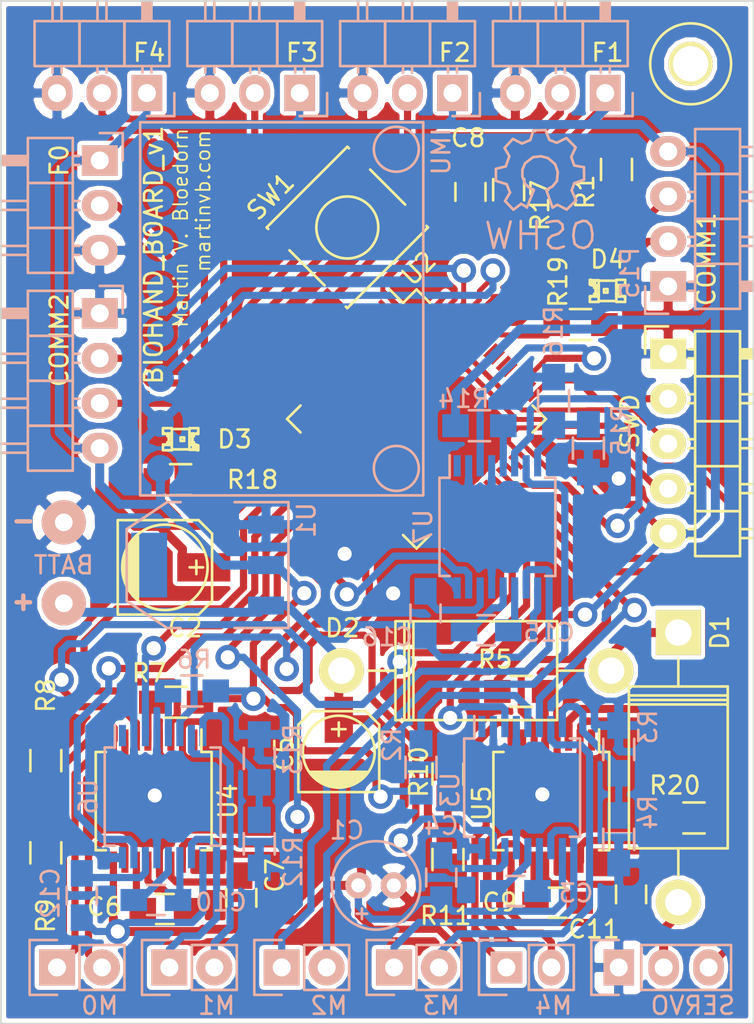
<source format=kicad_pcb>
(kicad_pcb (version 4) (host pcbnew "(after 2015-mar-04 BZR unknown)-product")
  (layers (0 F.Cu signal hide) (31 B.Cu signal hide) (34 B.Paste user) (35 F.Paste user) (36 B.SilkS user) (37 F.SilkS user) (38 B.Mask user) (39 F.Mask user) (44 Edge.Cuts user))
  (net 0 "")
  (net 1 +BATT)
  (net 2 GND)
  (net 3 +3V3)
  (net 4 "Net-(C3-Pad1)")
  (net 5 "Net-(C3-Pad2)")
  (net 6 "Net-(C4-Pad2)")
  (net 7 "Net-(C6-Pad1)")
  (net 8 "Net-(C6-Pad2)")
  (net 9 "Net-(C7-Pad2)")
  (net 10 "Net-(C9-Pad1)")
  (net 11 "Net-(C9-Pad2)")
  (net 12 "Net-(C10-Pad2)")
  (net 13 "Net-(C12-Pad2)")
  (net 14 "Net-(C15-Pad1)")
  (net 15 "Net-(C15-Pad2)")
  (net 16 "Net-(C16-Pad2)")
  (net 17 /SWDIO)
  (net 18 /SWCLK)
  (net 19 /NRST)
  (net 20 "Net-(P2-Pad1)")
  (net 21 "Net-(P2-Pad2)")
  (net 22 "Net-(P3-Pad1)")
  (net 23 "Net-(P3-Pad2)")
  (net 24 "Net-(P4-Pad1)")
  (net 25 "Net-(P4-Pad2)")
  (net 26 "Net-(P5-Pad1)")
  (net 27 "Net-(P5-Pad2)")
  (net 28 "Net-(P6-Pad1)")
  (net 29 "Net-(P6-Pad2)")
  (net 30 "Net-(R1-Pad2)")
  (net 31 "Net-(R3-Pad2)")
  (net 32 "Net-(R12-Pad2)")
  (net 33 "Net-(R14-Pad1)")
  (net 34 "Net-(U2-Pad2)")
  (net 35 "Net-(U2-Pad3)")
  (net 36 "Net-(U2-Pad4)")
  (net 37 "Net-(U2-Pad5)")
  (net 38 "Net-(U2-Pad6)")
  (net 39 "Net-(U2-Pad33)")
  (net 40 "Net-(U2-Pad34)")
  (net 41 "Net-(U2-Pad35)")
  (net 42 "Net-(U2-Pad36)")
  (net 43 "Net-(U2-Pad44)")
  (net 44 "Net-(U2-Pad45)")
  (net 45 "Net-(U2-Pad50)")
  (net 46 "Net-(U2-Pad52)")
  (net 47 "Net-(U2-Pad53)")
  (net 48 "Net-(U2-Pad54)")
  (net 49 "Net-(U2-Pad55)")
  (net 50 "Net-(U2-Pad56)")
  (net 51 "Net-(U3-Pad1)")
  (net 52 "Net-(U4-Pad1)")
  (net 53 "Net-(U5-Pad1)")
  (net 54 "Net-(U6-Pad1)")
  (net 55 "Net-(U7-Pad1)")
  (net 56 "Net-(C10-Pad1)")
  (net 57 "Net-(C11-Pad2)")
  (net 58 "Net-(D1-Pad2)")
  (net 59 "Net-(D1-Pad1)")
  (net 60 "Net-(D3-Pad1)")
  (net 61 "Net-(D4-Pad1)")
  (net 62 /POT0)
  (net 63 /POT1)
  (net 64 /POT2)
  (net 65 /POT3)
  (net 66 /POT4)
  (net 67 /SERVO_SIG)
  (net 68 "Net-(R2-Pad1)")
  (net 69 "Net-(R5-Pad1)")
  (net 70 "Net-(R6-Pad1)")
  (net 71 "Net-(R7-Pad1)")
  (net 72 "Net-(R8-Pad2)")
  (net 73 "Net-(R10-Pad2)")
  (net 74 "Net-(R15-Pad2)")
  (net 75 "Net-(R19-Pad2)")
  (net 76 /ADC_IN6)
  (net 77 /ADC_IN114)
  (net 78 enable4)
  (net 79 enable3)
  (net 80 enable2)
  (net 81 enable1)
  (net 82 enable0)
  (net 83 phase3)
  (net 84 vpropi3)
  (net 85 phase0)
  (net 86 vpropi0)
  (net 87 phase1)
  (net 88 vpropi1)
  (net 89 phase4)
  (net 90 vpropi4)
  (net 91 phase2)
  (net 92 vpropi2)
  (net 93 /SCL)
  (net 94 /SDA)
  (net 95 "Net-(BO1-Pad5)")
  (net 96 "Net-(BO1-Pad6)")
  (net 97 "Net-(BO1-Pad7)")
  (net 98 "Net-(BO1-Pad8)")
  (net 99 /TIM2_CH3)
  (net 100 /TX2)
  (net 101 /RX2)
  (net 102 /RX1)
  (net 103 /TX1)
  (net 104 /ADC_IN10)
  (module Capacitors_SMD:C_0805_HandSoldering (layer B.Cu) (at 162.433 137.922 180)
    (fp_text reference C3 (at -3.429 -0.127 180) (layer B.SilkS) (effects (justify mirror)))
    (fp_text value C)
    (pad 1 smd rect (at -1.25 0 180) (size 1.5 1.25) (layers B.Cu B.Paste B.Mask) (net 4 "Net-(C3-Pad1)"))
    (pad 2 smd rect (at 1.25 0 180) (size 1.5 1.25) (layers B.Cu B.Paste B.Mask) (net 5 "Net-(C3-Pad2)"))
  )
  (module Capacitors_SMD:C_0805_HandSoldering (layer B.Cu) (at 158.242 137.16 90)
    (fp_text reference C4 (at 2.921 0 180) (layer B.SilkS) (effects (justify mirror)))
    (fp_text value 0.1uF)
    (pad 1 smd rect (at -1.25 0 90) (size 1.5 1.25) (layers B.Cu B.Paste B.Mask) (net 1 +BATT))
    (pad 2 smd rect (at 1.25 0 90) (size 1.5 1.25) (layers B.Cu B.Paste B.Mask) (net 6 "Net-(C4-Pad2)"))
  )
  (module Capacitors_SMD:c_elec_4x5.3 (layer F.Cu) (at 152.4508 130.048 90)
    (fp_text reference C5 (at -0.127 -3.0988 90) (layer F.SilkS))
    (fp_text value 10uF)
    (pad 1 smd rect (at 1.80086 0 90) (size 2.60096 1.6002) (layers F.Cu F.Paste F.Mask) (net 1 +BATT))
    (pad 2 smd rect (at -1.80086 0 90) (size 2.60096 1.6002) (layers F.Cu F.Paste F.Mask) (net 2 GND))
  )
  (module Capacitors_SMD:C_0805_HandSoldering (layer F.Cu) (at 142.621 138.938)
    (fp_text reference C6 (at -3.429 -0.127) (layer F.SilkS))
    (fp_text value C)
    (pad 1 smd rect (at -1.25 0) (size 1.5 1.25) (layers F.Cu F.Paste F.Mask) (net 7 "Net-(C6-Pad1)"))
    (pad 2 smd rect (at 1.25 0) (size 1.5 1.25) (layers F.Cu F.Paste F.Mask) (net 8 "Net-(C6-Pad2)"))
  )
  (module Capacitors_SMD:C_0805_HandSoldering (layer F.Cu) (at 146.939 138.303 90)
    (fp_text reference C7 (at 1.27 1.905 90) (layer F.SilkS))
    (fp_text value 0.1uF)
    (pad 1 smd rect (at -1.25 0 90) (size 1.5 1.25) (layers F.Cu F.Paste F.Mask) (net 1 +BATT))
    (pad 2 smd rect (at 1.25 0 90) (size 1.5 1.25) (layers F.Cu F.Paste F.Mask) (net 9 "Net-(C7-Pad2)"))
  )
  (module Capacitors_SMD:C_0805_HandSoldering (layer F.Cu) (at 164.8206 138.5824)
    (fp_text reference C9 (at -3.2766 -0.0254) (layer F.SilkS))
    (fp_text value C)
    (pad 1 smd rect (at -1.25 0) (size 1.5 1.25) (layers F.Cu F.Paste F.Mask) (net 10 "Net-(C9-Pad1)"))
    (pad 2 smd rect (at 1.25 0) (size 1.5 1.25) (layers F.Cu F.Paste F.Mask) (net 11 "Net-(C9-Pad2)"))
  )
  (module Capacitors_SMD:C_0805_HandSoldering (layer B.Cu) (at 142.113 138.43 180)
    (fp_text reference C10 (at -3.683 -0.127 180) (layer B.SilkS) (effects (justify mirror)))
    (fp_text value C)
    (pad 1 smd rect (at -1.25 0 180) (size 1.5 1.25) (layers B.Cu B.Paste B.Mask) (net 56 "Net-(C10-Pad1)"))
    (pad 2 smd rect (at 1.25 0 180) (size 1.5 1.25) (layers B.Cu B.Paste B.Mask) (net 12 "Net-(C10-Pad2)"))
  )
  (module Capacitors_SMD:C_0805_HandSoldering (layer B.Cu) (at 137.922 138.176 90)
    (fp_text reference C12 (at 0.127 -1.778 90) (layer B.SilkS) (effects (justify mirror)))
    (fp_text value 0.1uF)
    (pad 1 smd rect (at -1.25 0 90) (size 1.5 1.25) (layers B.Cu B.Paste B.Mask) (net 1 +BATT))
    (pad 2 smd rect (at 1.25 0 90) (size 1.5 1.25) (layers B.Cu B.Paste B.Mask) (net 13 "Net-(C12-Pad2)"))
  )
  (module Capacitors_SMD:C_0805_HandSoldering (layer B.Cu) (at 160.782 123.19 180)
    (fp_text reference C15 (at -3.556 -0.127 180) (layer B.SilkS) (effects (justify mirror)))
    (fp_text value C)
    (pad 1 smd rect (at -1.25 0 180) (size 1.5 1.25) (layers B.Cu B.Paste B.Mask) (net 14 "Net-(C15-Pad1)"))
    (pad 2 smd rect (at 1.25 0 180) (size 1.5 1.25) (layers B.Cu B.Paste B.Mask) (net 15 "Net-(C15-Pad2)"))
  )
  (module Capacitors_SMD:C_0805_HandSoldering (layer B.Cu) (at 157.353 122.2375 90)
    (fp_text reference C16 (at -1.3335 -2.159 180) (layer B.SilkS) (effects (justify mirror)))
    (fp_text value 0.1uF)
    (pad 1 smd rect (at -1.25 0 90) (size 1.5 1.25) (layers B.Cu B.Paste B.Mask) (net 1 +BATT))
    (pad 2 smd rect (at 1.25 0 90) (size 1.5 1.25) (layers B.Cu B.Paste B.Mask) (net 16 "Net-(C16-Pad2)"))
  )
  (module Pin_Headers:Pin_Header_Straight_1x02 (layer B.Cu) (at 155.575 142.24 270)
    (fp_text reference P2 hide)
    (fp_text value CONN_DRV3)
    (pad 1 thru_hole rect (at 0 0 270) (size 2.032 2.032) (drill 1.016) (layers *.Cu *.Mask B.SilkS) (net 20 "Net-(P2-Pad1)"))
    (pad 2 thru_hole oval (at 0 -2.54 270) (size 2.032 2.032) (drill 1.016) (layers *.Cu *.Mask B.SilkS) (net 21 "Net-(P2-Pad2)"))
  )
  (module Resistors_SMD:R_0805_HandSoldering (layer F.Cu) (at 168.148 97.155 270)
    (fp_text reference R1 (at 1.27 1.778 270) (layer F.SilkS))
    (fp_text value 100k)
    (pad 1 smd rect (at -1.35 0 270) (size 1.5 1.3) (layers F.Cu F.Paste F.Mask) (net 2 GND))
    (pad 2 smd rect (at 1.35 0 270) (size 1.5 1.3) (layers F.Cu F.Paste F.Mask) (net 30 "Net-(R1-Pad2)"))
  )
  (module Resistors_SMD:R_0805_HandSoldering (layer B.Cu) (at 157.099 130.937 270)
    (fp_text reference R2 (at -1.27 1.651 270) (layer B.SilkS) (effects (justify mirror)))
    (fp_text value 1k)
    (pad 1 smd rect (at -1.35 0 270) (size 1.5 1.3) (layers B.Cu B.Paste B.Mask) (net 68 "Net-(R2-Pad1)"))
    (pad 2 smd rect (at 1.35 0 270) (size 1.5 1.3) (layers B.Cu B.Paste B.Mask) (net 3 +3V3))
  )
  (module Resistors_SMD:R_0805_HandSoldering (layer B.Cu) (at 168.275 129.921 270)
    (fp_text reference R3 (at -1.27 -1.651 270) (layer B.SilkS) (effects (justify mirror)))
    (fp_text value R)
    (pad 1 smd rect (at -1.35 0 270) (size 1.5 1.3) (layers B.Cu B.Paste B.Mask) (net 2 GND))
    (pad 2 smd rect (at 1.35 0 270) (size 1.5 1.3) (layers B.Cu B.Paste B.Mask) (net 31 "Net-(R3-Pad2)"))
  )
  (module Resistors_SMD:R_0805_HandSoldering (layer B.Cu) (at 168.275 135.001 90)
    (fp_text reference R4 (at 1.524 1.651 90) (layer B.SilkS) (effects (justify mirror)))
    (fp_text value R)
    (pad 1 smd rect (at -1.35 0 90) (size 1.5 1.3) (layers B.Cu B.Paste B.Mask) (net 2 GND))
    (pad 2 smd rect (at 1.35 0 90) (size 1.5 1.3) (layers B.Cu B.Paste B.Mask) (net 31 "Net-(R3-Pad2)"))
  )
  (module Resistors_SMD:R_0805_HandSoldering (layer F.Cu) (at 162.7632 126.6444 180)
    (fp_text reference R5 (at 1.4732 1.8034 180) (layer F.SilkS))
    (fp_text value 1k)
    (pad 1 smd rect (at -1.35 0 180) (size 1.5 1.3) (layers F.Cu F.Paste F.Mask) (net 69 "Net-(R5-Pad1)"))
    (pad 2 smd rect (at 1.35 0 180) (size 1.5 1.3) (layers F.Cu F.Paste F.Mask) (net 3 +3V3))
  )
  (module Resistors_SMD:R_0805_HandSoldering (layer B.Cu) (at 144.145 126.619)
    (fp_text reference R6 (at 0.127 -1.778) (layer B.SilkS) (effects (justify mirror)))
    (fp_text value 1k)
    (pad 1 smd rect (at -1.35 0) (size 1.5 1.3) (layers B.Cu B.Paste B.Mask) (net 70 "Net-(R6-Pad1)"))
    (pad 2 smd rect (at 1.35 0) (size 1.5 1.3) (layers B.Cu B.Paste B.Mask) (net 3 +3V3))
  )
  (module Resistors_SMD:R_0805_HandSoldering (layer F.Cu) (at 143.256 127.254)
    (fp_text reference R7 (at -1.524 -1.651) (layer F.SilkS))
    (fp_text value 1k)
    (pad 1 smd rect (at -1.35 0) (size 1.5 1.3) (layers F.Cu F.Paste F.Mask) (net 71 "Net-(R7-Pad1)"))
    (pad 2 smd rect (at 1.35 0) (size 1.5 1.3) (layers F.Cu F.Paste F.Mask) (net 3 +3V3))
  )
  (module Resistors_SMD:R_0805_HandSoldering (layer F.Cu) (at 135.89 130.556 270)
    (fp_text reference R8 (at -3.683 0 270) (layer F.SilkS))
    (fp_text value R)
    (pad 1 smd rect (at -1.35 0 270) (size 1.5 1.3) (layers F.Cu F.Paste F.Mask) (net 2 GND))
    (pad 2 smd rect (at 1.35 0 270) (size 1.5 1.3) (layers F.Cu F.Paste F.Mask) (net 72 "Net-(R8-Pad2)"))
  )
  (module Resistors_SMD:R_0805_HandSoldering (layer F.Cu) (at 135.89 135.763 90)
    (fp_text reference R9 (at -3.556 0 90) (layer F.SilkS))
    (fp_text value R)
    (pad 1 smd rect (at -1.35 0 90) (size 1.5 1.3) (layers F.Cu F.Paste F.Mask) (net 2 GND))
    (pad 2 smd rect (at 1.35 0 90) (size 1.5 1.3) (layers F.Cu F.Paste F.Mask) (net 72 "Net-(R8-Pad2)"))
  )
  (module Resistors_SMD:R_0805_HandSoldering (layer F.Cu) (at 158.623 131.318 270)
    (fp_text reference R10 (at -0.127 1.651 270) (layer F.SilkS))
    (fp_text value R)
    (pad 1 smd rect (at -1.35 0 270) (size 1.5 1.3) (layers F.Cu F.Paste F.Mask) (net 2 GND))
    (pad 2 smd rect (at 1.35 0 270) (size 1.5 1.3) (layers F.Cu F.Paste F.Mask) (net 73 "Net-(R10-Pad2)"))
  )
  (module Resistors_SMD:R_0805_HandSoldering (layer F.Cu) (at 158.623 136.144 90)
    (fp_text reference R11 (at -3.175 -0.127 180) (layer F.SilkS))
    (fp_text value R)
    (pad 1 smd rect (at -1.35 0 90) (size 1.5 1.3) (layers F.Cu F.Paste F.Mask) (net 2 GND))
    (pad 2 smd rect (at 1.35 0 90) (size 1.5 1.3) (layers F.Cu F.Paste F.Mask) (net 73 "Net-(R10-Pad2)"))
  )
  (module Resistors_SMD:R_0805_HandSoldering (layer B.Cu) (at 147.955 135.255 90)
    (fp_text reference R12 (at -1.016 1.905 90) (layer B.SilkS) (effects (justify mirror)))
    (fp_text value R)
    (pad 1 smd rect (at -1.35 0 90) (size 1.5 1.3) (layers B.Cu B.Paste B.Mask) (net 2 GND))
    (pad 2 smd rect (at 1.35 0 90) (size 1.5 1.3) (layers B.Cu B.Paste B.Mask) (net 32 "Net-(R12-Pad2)"))
  )
  (module Resistors_SMD:R_0805_HandSoldering (layer B.Cu) (at 147.955 130.429 270)
    (fp_text reference R13 (at -0.508 -1.905 270) (layer B.SilkS) (effects (justify mirror)))
    (fp_text value R)
    (pad 1 smd rect (at -1.35 0 270) (size 1.5 1.3) (layers B.Cu B.Paste B.Mask) (net 2 GND))
    (pad 2 smd rect (at 1.35 0 270) (size 1.5 1.3) (layers B.Cu B.Paste B.Mask) (net 32 "Net-(R12-Pad2)"))
  )
  (module Resistors_SMD:R_0805_HandSoldering (layer B.Cu) (at 160.401 111.633 180)
    (fp_text reference R14 (at 0.889 1.524 180) (layer B.SilkS) (effects (justify mirror)))
    (fp_text value 1k)
    (pad 1 smd rect (at -1.35 0 180) (size 1.5 1.3) (layers B.Cu B.Paste B.Mask) (net 33 "Net-(R14-Pad1)"))
    (pad 2 smd rect (at 1.35 0 180) (size 1.5 1.3) (layers B.Cu B.Paste B.Mask) (net 3 +3V3))
  )
  (module Resistors_SMD:R_0805_HandSoldering (layer B.Cu) (at 166.5605 112.903 90)
    (fp_text reference R15 (at 1.016 1.8415 90) (layer B.SilkS) (effects (justify mirror)))
    (fp_text value R)
    (pad 1 smd rect (at -1.35 0 90) (size 1.5 1.3) (layers B.Cu B.Paste B.Mask) (net 2 GND))
    (pad 2 smd rect (at 1.35 0 90) (size 1.5 1.3) (layers B.Cu B.Paste B.Mask) (net 74 "Net-(R15-Pad2)"))
  )
  (module Resistors_SMD:R_0805_HandSoldering (layer B.Cu) (at 164.592 110.236 270)
    (fp_text reference R16 (at -3.937 0 270) (layer B.SilkS) (effects (justify mirror)))
    (fp_text value R)
    (pad 1 smd rect (at -1.35 0 270) (size 1.5 1.3) (layers B.Cu B.Paste B.Mask) (net 2 GND))
    (pad 2 smd rect (at 1.35 0 270) (size 1.5 1.3) (layers B.Cu B.Paste B.Mask) (net 74 "Net-(R15-Pad2)"))
  )
  (module Resistors_SMD:R_0805_HandSoldering (layer F.Cu) (at 162.052 98.298 90)
    (fp_text reference R17 (at -0.889 1.778 90) (layer F.SilkS))
    (fp_text value 10k)
    (pad 1 smd rect (at -1.35 0 90) (size 1.5 1.3) (layers F.Cu F.Paste F.Mask) (net 19 /NRST))
    (pad 2 smd rect (at 1.35 0 90) (size 1.5 1.3) (layers F.Cu F.Paste F.Mask) (net 3 +3V3))
  )
  (module Resistors_SMD:R_0805_HandSoldering (layer F.Cu) (at 143.51 114.681 180)
    (fp_text reference R18 (at -4.064 0 180) (layer F.SilkS))
    (fp_text value 470r)
    (pad 1 smd rect (at -1.35 0 180) (size 1.5 1.3) (layers F.Cu F.Paste F.Mask) (net 60 "Net-(D3-Pad1)"))
    (pad 2 smd rect (at 1.35 0 180) (size 1.5 1.3) (layers F.Cu F.Paste F.Mask) (net 3 +3V3))
  )
  (module Resistors_SMD:R_0805_HandSoldering (layer F.Cu) (at 166.116 105.918 180)
    (fp_text reference R19 (at 1.27 2.413 270) (layer F.SilkS))
    (fp_text value 470r)
    (pad 1 smd rect (at -1.35 0 180) (size 1.5 1.3) (layers F.Cu F.Paste F.Mask) (net 61 "Net-(D4-Pad1)"))
    (pad 2 smd rect (at 1.35 0 180) (size 1.5 1.3) (layers F.Cu F.Paste F.Mask) (net 75 "Net-(R19-Pad2)"))
  )
  (module SMD_Packages:SOT-223 (layer B.Cu) (at 145.034 119.507 270)
    (fp_text reference U1 (at -2.54 -5.588 270) (layer B.SilkS) (effects (justify mirror)))
    (fp_text value LD1117S33TR)
    (pad 4 smd rect (at 0 3.302 270) (size 3.6576 2.032) (layers B.Cu B.Paste B.Mask))
    (pad 2 smd rect (at 0 -3.302 270) (size 1.016 2.032) (layers B.Cu B.Paste B.Mask) (net 3 +3V3))
    (pad 3 smd rect (at 2.286 -3.302 270) (size 1.016 2.032) (layers B.Cu B.Paste B.Mask) (net 1 +BATT))
    (pad 1 smd rect (at -2.286 -3.302 270) (size 1.016 2.032) (layers B.Cu B.Paste B.Mask) (net 2 GND))
  )
  (module Housings_QFP:LQFP-64_10x10mm_Pitch0.5mm (layer F.Cu) (at 156.845 111.252 315)
    (fp_text reference U2 (at -5.926969 -6.106574 405) (layer F.SilkS))
    (fp_text value STM32F103)
    (pad 1 smd rect (at -5.7 -3.75 315) (size 1 0.25) (layers F.Cu F.Paste F.Mask) (net 3 +3V3))
    (pad 2 smd rect (at -5.7 -3.25 315) (size 1 0.25) (layers F.Cu F.Paste F.Mask) (net 34 "Net-(U2-Pad2)"))
    (pad 3 smd rect (at -5.7 -2.75 315) (size 1 0.25) (layers F.Cu F.Paste F.Mask) (net 35 "Net-(U2-Pad3)"))
    (pad 4 smd rect (at -5.7 -2.25 315) (size 1 0.25) (layers F.Cu F.Paste F.Mask) (net 36 "Net-(U2-Pad4)"))
    (pad 5 smd rect (at -5.7 -1.75 315) (size 1 0.25) (layers F.Cu F.Paste F.Mask) (net 37 "Net-(U2-Pad5)"))
    (pad 6 smd rect (at -5.7 -1.25 315) (size 1 0.25) (layers F.Cu F.Paste F.Mask) (net 38 "Net-(U2-Pad6)"))
    (pad 7 smd rect (at -5.7 -0.75 315) (size 1 0.25) (layers F.Cu F.Paste F.Mask) (net 19 /NRST))
    (pad 8 smd rect (at -5.7 -0.25 315) (size 1 0.25) (layers F.Cu F.Paste F.Mask) (net 104 /ADC_IN10))
    (pad 9 smd rect (at -5.7 0.25 315) (size 1 0.25) (layers F.Cu F.Paste F.Mask) (net 63 /POT1))
    (pad 10 smd rect (at -5.7 0.75 315) (size 1 0.25) (layers F.Cu F.Paste F.Mask) (net 64 /POT2))
    (pad 11 smd rect (at -5.7 1.25 315) (size 1 0.25) (layers F.Cu F.Paste F.Mask) (net 65 /POT3))
    (pad 12 smd rect (at -5.7 1.75 315) (size 1 0.25) (layers F.Cu F.Paste F.Mask) (net 2 GND))
    (pad 13 smd rect (at -5.7 2.25 315) (size 1 0.25) (layers F.Cu F.Paste F.Mask) (net 3 +3V3))
    (pad 14 smd rect (at -5.7 2.75 315) (size 1 0.25) (layers F.Cu F.Paste F.Mask) (net 66 /POT4))
    (pad 15 smd rect (at -5.7 3.25 315) (size 1 0.25) (layers F.Cu F.Paste F.Mask) (net 62 /POT0))
    (pad 16 smd rect (at -5.7 3.75 315) (size 1 0.25) (layers F.Cu F.Paste F.Mask) (net 100 /TX2))
    (pad 17 smd rect (at -3.75 5.7 45) (size 1 0.25) (layers F.Cu F.Paste F.Mask) (net 101 /RX2))
    (pad 18 smd rect (at -3.25 5.7 45) (size 1 0.25) (layers F.Cu F.Paste F.Mask) (net 3 +3V3))
    (pad 19 smd rect (at -2.75 5.7 45) (size 1 0.25) (layers F.Cu F.Paste F.Mask) (net 2 GND))
    (pad 20 smd rect (at -2.25 5.7 45) (size 1 0.25) (layers F.Cu F.Paste F.Mask) (net 85 phase0))
    (pad 21 smd rect (at -1.75 5.7 45) (size 1 0.25) (layers F.Cu F.Paste F.Mask) (net 89 phase4))
    (pad 22 smd rect (at -1.25 5.7 45) (size 1 0.25) (layers F.Cu F.Paste F.Mask) (net 76 /ADC_IN6))
    (pad 23 smd rect (at -0.75 5.7 45) (size 1 0.25) (layers F.Cu F.Paste F.Mask) (net 90 vpropi4))
    (pad 24 smd rect (at -0.25 5.7 45) (size 1 0.25) (layers F.Cu F.Paste F.Mask) (net 77 /ADC_IN114))
    (pad 25 smd rect (at 0.25 5.7 45) (size 1 0.25) (layers F.Cu F.Paste F.Mask) (net 86 vpropi0))
    (pad 26 smd rect (at 0.75 5.7 45) (size 1 0.25) (layers F.Cu F.Paste F.Mask) (net 84 vpropi3))
    (pad 27 smd rect (at 1.25 5.7 45) (size 1 0.25) (layers F.Cu F.Paste F.Mask) (net 92 vpropi2))
    (pad 28 smd rect (at 1.75 5.7 45) (size 1 0.25) (layers F.Cu F.Paste F.Mask) (net 2 GND))
    (pad 29 smd rect (at 2.25 5.7 45) (size 1 0.25) (layers F.Cu F.Paste F.Mask) (net 99 /TIM2_CH3))
    (pad 30 smd rect (at 2.75 5.7 45) (size 1 0.25) (layers F.Cu F.Paste F.Mask) (net 78 enable4))
    (pad 31 smd rect (at 3.25 5.7 45) (size 1 0.25) (layers F.Cu F.Paste F.Mask) (net 3 +3V3))
    (pad 32 smd rect (at 3.75 5.7 45) (size 1 0.25) (layers F.Cu F.Paste F.Mask) (net 2 GND))
    (pad 33 smd rect (at 5.7 3.75 315) (size 1 0.25) (layers F.Cu F.Paste F.Mask) (net 39 "Net-(U2-Pad33)"))
    (pad 34 smd rect (at 5.7 3.25 315) (size 1 0.25) (layers F.Cu F.Paste F.Mask) (net 40 "Net-(U2-Pad34)"))
    (pad 35 smd rect (at 5.7 2.75 315) (size 1 0.25) (layers F.Cu F.Paste F.Mask) (net 41 "Net-(U2-Pad35)"))
    (pad 36 smd rect (at 5.7 2.25 315) (size 1 0.25) (layers F.Cu F.Paste F.Mask) (net 42 "Net-(U2-Pad36)"))
    (pad 37 smd rect (at 5.7 1.75 315) (size 1 0.25) (layers F.Cu F.Paste F.Mask) (net 82 enable0))
    (pad 38 smd rect (at 5.7 1.25 315) (size 1 0.25) (layers F.Cu F.Paste F.Mask) (net 83 phase3))
    (pad 39 smd rect (at 5.7 0.75 315) (size 1 0.25) (layers F.Cu F.Paste F.Mask) (net 81 enable1))
    (pad 40 smd rect (at 5.7 0.25 315) (size 1 0.25) (layers F.Cu F.Paste F.Mask) (net 79 enable3))
    (pad 41 smd rect (at 5.7 -0.25 315) (size 1 0.25) (layers F.Cu F.Paste F.Mask) (net 87 phase1))
    (pad 42 smd rect (at 5.7 -0.75 315) (size 1 0.25) (layers F.Cu F.Paste F.Mask) (net 67 /SERVO_SIG))
    (pad 43 smd rect (at 5.7 -1.25 315) (size 1 0.25) (layers F.Cu F.Paste F.Mask) (net 80 enable2))
    (pad 44 smd rect (at 5.7 -1.75 315) (size 1 0.25) (layers F.Cu F.Paste F.Mask) (net 43 "Net-(U2-Pad44)"))
    (pad 45 smd rect (at 5.7 -2.25 315) (size 1 0.25) (layers F.Cu F.Paste F.Mask) (net 44 "Net-(U2-Pad45)"))
    (pad 46 smd rect (at 5.7 -2.75 315) (size 1 0.25) (layers F.Cu F.Paste F.Mask) (net 17 /SWDIO))
    (pad 47 smd rect (at 5.7 -3.25 315) (size 1 0.25) (layers F.Cu F.Paste F.Mask) (net 3 +3V3))
    (pad 48 smd rect (at 5.7 -3.75 315) (size 1 0.25) (layers F.Cu F.Paste F.Mask) (net 2 GND))
    (pad 49 smd rect (at 3.75 -5.7 45) (size 1 0.25) (layers F.Cu F.Paste F.Mask) (net 18 /SWCLK))
    (pad 50 smd rect (at 3.25 -5.7 45) (size 1 0.25) (layers F.Cu F.Paste F.Mask) (net 45 "Net-(U2-Pad50)"))
    (pad 51 smd rect (at 2.75 -5.7 45) (size 1 0.25) (layers F.Cu F.Paste F.Mask) (net 91 phase2))
    (pad 52 smd rect (at 2.25 -5.7 45) (size 1 0.25) (layers F.Cu F.Paste F.Mask) (net 46 "Net-(U2-Pad52)"))
    (pad 53 smd rect (at 1.75 -5.7 45) (size 1 0.25) (layers F.Cu F.Paste F.Mask) (net 47 "Net-(U2-Pad53)"))
    (pad 54 smd rect (at 1.25 -5.7 45) (size 1 0.25) (layers F.Cu F.Paste F.Mask) (net 48 "Net-(U2-Pad54)"))
    (pad 55 smd rect (at 0.75 -5.7 45) (size 1 0.25) (layers F.Cu F.Paste F.Mask) (net 49 "Net-(U2-Pad55)"))
    (pad 56 smd rect (at 0.25 -5.7 45) (size 1 0.25) (layers F.Cu F.Paste F.Mask) (net 50 "Net-(U2-Pad56)"))
    (pad 57 smd rect (at -0.25 -5.7 45) (size 1 0.25) (layers F.Cu F.Paste F.Mask) (net 75 "Net-(R19-Pad2)"))
    (pad 58 smd rect (at -0.75 -5.7 45) (size 1 0.25) (layers F.Cu F.Paste F.Mask) (net 103 /TX1))
    (pad 59 smd rect (at -1.25 -5.7 45) (size 1 0.25) (layers F.Cu F.Paste F.Mask) (net 102 /RX1))
    (pad 60 smd rect (at -1.75 -5.7 45) (size 1 0.25) (layers F.Cu F.Paste F.Mask) (net 30 "Net-(R1-Pad2)"))
    (pad 61 smd rect (at -2.25 -5.7 45) (size 1 0.25) (layers F.Cu F.Paste F.Mask) (net 93 /SCL))
    (pad 62 smd rect (at -2.75 -5.7 45) (size 1 0.25) (layers F.Cu F.Paste F.Mask) (net 94 /SDA))
    (pad 63 smd rect (at -3.25 -5.7 45) (size 1 0.25) (layers F.Cu F.Paste F.Mask) (net 2 GND))
    (pad 64 smd rect (at -3.75 -5.7 45) (size 1 0.25) (layers F.Cu F.Paste F.Mask) (net 3 +3V3))
  )
  (module Housings_SSOP:SSOP-16_5.3x6.2mm_Pitch0.65mm (layer B.Cu) (at 162.814 132.08 270)
    (fp_text reference U3 (at 0.127 4.064 270) (layer B.SilkS) (effects (justify mirror)))
    (fp_text value DRV8801)
    (pad 1 smd rect (at -3.45 2.275 270) (size 1.2 0.4) (layers B.Cu B.Paste B.Mask) (net 51 "Net-(U3-Pad1)"))
    (pad 2 smd rect (at -3.45 1.625 270) (size 1.2 0.4) (layers B.Cu B.Paste B.Mask) (net 2 GND))
    (pad 3 smd rect (at -3.45 0.975 270) (size 1.2 0.4) (layers B.Cu B.Paste B.Mask) (net 83 phase3))
    (pad 4 smd rect (at -3.45 0.325 270) (size 1.2 0.4) (layers B.Cu B.Paste B.Mask) (net 2 GND))
    (pad 5 smd rect (at -3.45 -0.325 270) (size 1.2 0.4) (layers B.Cu B.Paste B.Mask) (net 68 "Net-(R2-Pad1)"))
    (pad 6 smd rect (at -3.45 -0.975 270) (size 1.2 0.4) (layers B.Cu B.Paste B.Mask) (net 79 enable3))
    (pad 7 smd rect (at -3.45 -1.625 270) (size 1.2 0.4) (layers B.Cu B.Paste B.Mask) (net 21 "Net-(P2-Pad2)"))
    (pad 8 smd rect (at -3.45 -2.275 270) (size 1.2 0.4) (layers B.Cu B.Paste B.Mask) (net 31 "Net-(R3-Pad2)"))
    (pad 9 smd rect (at 3.45 -2.275 270) (size 1.2 0.4) (layers B.Cu B.Paste B.Mask) (net 1 +BATT))
    (pad 10 smd rect (at 3.45 -1.625 270) (size 1.2 0.4) (layers B.Cu B.Paste B.Mask) (net 20 "Net-(P2-Pad1)"))
    (pad 11 smd rect (at 3.45 -0.975 270) (size 1.2 0.4) (layers B.Cu B.Paste B.Mask) (net 4 "Net-(C3-Pad1)"))
    (pad 12 smd rect (at 3.45 -0.325 270) (size 1.2 0.4) (layers B.Cu B.Paste B.Mask) (net 5 "Net-(C3-Pad2)"))
    (pad 13 smd rect (at 3.45 0.325 270) (size 1.2 0.4) (layers B.Cu B.Paste B.Mask) (net 2 GND))
    (pad 14 smd rect (at 3.45 0.975 270) (size 1.2 0.4) (layers B.Cu B.Paste B.Mask) (net 6 "Net-(C4-Pad2)"))
    (pad 15 smd rect (at 3.45 1.625 270) (size 1.2 0.4) (layers B.Cu B.Paste B.Mask) (net 84 vpropi3))
    (pad 16 smd rect (at 3.45 2.275 270) (size 1.2 0.4) (layers B.Cu B.Paste B.Mask) (net 2 GND))
  )
  (module Housings_SSOP:SSOP-16_5.3x6.2mm_Pitch0.65mm (layer F.Cu) (at 141.986 132.842 270)
    (fp_text reference U4 (at 0 -4.2 270) (layer F.SilkS))
    (fp_text value DRV8801)
    (pad 1 smd rect (at -3.45 -2.275 270) (size 1.2 0.4) (layers F.Cu F.Paste F.Mask) (net 52 "Net-(U4-Pad1)"))
    (pad 2 smd rect (at -3.45 -1.625 270) (size 1.2 0.4) (layers F.Cu F.Paste F.Mask) (net 2 GND))
    (pad 3 smd rect (at -3.45 -0.975 270) (size 1.2 0.4) (layers F.Cu F.Paste F.Mask) (net 85 phase0))
    (pad 4 smd rect (at -3.45 -0.325 270) (size 1.2 0.4) (layers F.Cu F.Paste F.Mask) (net 2 GND))
    (pad 5 smd rect (at -3.45 0.325 270) (size 1.2 0.4) (layers F.Cu F.Paste F.Mask) (net 71 "Net-(R7-Pad1)"))
    (pad 6 smd rect (at -3.45 0.975 270) (size 1.2 0.4) (layers F.Cu F.Paste F.Mask) (net 82 enable0))
    (pad 7 smd rect (at -3.45 1.625 270) (size 1.2 0.4) (layers F.Cu F.Paste F.Mask) (net 22 "Net-(P3-Pad1)"))
    (pad 8 smd rect (at -3.45 2.275 270) (size 1.2 0.4) (layers F.Cu F.Paste F.Mask) (net 72 "Net-(R8-Pad2)"))
    (pad 9 smd rect (at 3.45 2.275 270) (size 1.2 0.4) (layers F.Cu F.Paste F.Mask) (net 1 +BATT))
    (pad 10 smd rect (at 3.45 1.625 270) (size 1.2 0.4) (layers F.Cu F.Paste F.Mask) (net 23 "Net-(P3-Pad2)"))
    (pad 11 smd rect (at 3.45 0.975 270) (size 1.2 0.4) (layers F.Cu F.Paste F.Mask) (net 7 "Net-(C6-Pad1)"))
    (pad 12 smd rect (at 3.45 0.325 270) (size 1.2 0.4) (layers F.Cu F.Paste F.Mask) (net 8 "Net-(C6-Pad2)"))
    (pad 13 smd rect (at 3.45 -0.325 270) (size 1.2 0.4) (layers F.Cu F.Paste F.Mask) (net 2 GND))
    (pad 14 smd rect (at 3.45 -0.975 270) (size 1.2 0.4) (layers F.Cu F.Paste F.Mask) (net 9 "Net-(C7-Pad2)"))
    (pad 15 smd rect (at 3.45 -1.625 270) (size 1.2 0.4) (layers F.Cu F.Paste F.Mask) (net 86 vpropi0))
    (pad 16 smd rect (at 3.45 -2.275 270) (size 1.2 0.4) (layers F.Cu F.Paste F.Mask) (net 2 GND))
  )
  (module Housings_SSOP:SSOP-16_5.3x6.2mm_Pitch0.65mm (layer F.Cu) (at 164.465 132.842 270)
    (fp_text reference U5 (at 0.127 3.937 270) (layer F.SilkS))
    (fp_text value DRV8801)
    (pad 1 smd rect (at -3.45 -2.275 270) (size 1.2 0.4) (layers F.Cu F.Paste F.Mask) (net 53 "Net-(U5-Pad1)"))
    (pad 2 smd rect (at -3.45 -1.625 270) (size 1.2 0.4) (layers F.Cu F.Paste F.Mask) (net 2 GND))
    (pad 3 smd rect (at -3.45 -0.975 270) (size 1.2 0.4) (layers F.Cu F.Paste F.Mask) (net 87 phase1))
    (pad 4 smd rect (at -3.45 -0.325 270) (size 1.2 0.4) (layers F.Cu F.Paste F.Mask) (net 2 GND))
    (pad 5 smd rect (at -3.45 0.325 270) (size 1.2 0.4) (layers F.Cu F.Paste F.Mask) (net 69 "Net-(R5-Pad1)"))
    (pad 6 smd rect (at -3.45 0.975 270) (size 1.2 0.4) (layers F.Cu F.Paste F.Mask) (net 81 enable1))
    (pad 7 smd rect (at -3.45 1.625 270) (size 1.2 0.4) (layers F.Cu F.Paste F.Mask) (net 24 "Net-(P4-Pad1)"))
    (pad 8 smd rect (at -3.45 2.275 270) (size 1.2 0.4) (layers F.Cu F.Paste F.Mask) (net 73 "Net-(R10-Pad2)"))
    (pad 9 smd rect (at 3.45 2.275 270) (size 1.2 0.4) (layers F.Cu F.Paste F.Mask) (net 1 +BATT))
    (pad 10 smd rect (at 3.45 1.625 270) (size 1.2 0.4) (layers F.Cu F.Paste F.Mask) (net 25 "Net-(P4-Pad2)"))
    (pad 11 smd rect (at 3.45 0.975 270) (size 1.2 0.4) (layers F.Cu F.Paste F.Mask) (net 10 "Net-(C9-Pad1)"))
    (pad 12 smd rect (at 3.45 0.325 270) (size 1.2 0.4) (layers F.Cu F.Paste F.Mask) (net 11 "Net-(C9-Pad2)"))
    (pad 13 smd rect (at 3.45 -0.325 270) (size 1.2 0.4) (layers F.Cu F.Paste F.Mask) (net 2 GND))
    (pad 14 smd rect (at 3.45 -0.975 270) (size 1.2 0.4) (layers F.Cu F.Paste F.Mask) (net 57 "Net-(C11-Pad2)"))
    (pad 15 smd rect (at 3.45 -1.625 270) (size 1.2 0.4) (layers F.Cu F.Paste F.Mask) (net 88 vpropi1))
    (pad 16 smd rect (at 3.45 -2.275 270) (size 1.2 0.4) (layers F.Cu F.Paste F.Mask) (net 2 GND))
  )
  (module Housings_SSOP:SSOP-16_5.3x6.2mm_Pitch0.65mm (layer B.Cu) (at 142.494 132.588 270)
    (fp_text reference U6 (at 0 4.2 270) (layer B.SilkS) (effects (justify mirror)))
    (fp_text value DRV8801)
    (pad 1 smd rect (at -3.45 2.275 270) (size 1.2 0.4) (layers B.Cu B.Paste B.Mask) (net 54 "Net-(U6-Pad1)"))
    (pad 2 smd rect (at -3.45 1.625 270) (size 1.2 0.4) (layers B.Cu B.Paste B.Mask) (net 2 GND))
    (pad 3 smd rect (at -3.45 0.975 270) (size 1.2 0.4) (layers B.Cu B.Paste B.Mask) (net 89 phase4))
    (pad 4 smd rect (at -3.45 0.325 270) (size 1.2 0.4) (layers B.Cu B.Paste B.Mask) (net 2 GND))
    (pad 5 smd rect (at -3.45 -0.325 270) (size 1.2 0.4) (layers B.Cu B.Paste B.Mask) (net 70 "Net-(R6-Pad1)"))
    (pad 6 smd rect (at -3.45 -0.975 270) (size 1.2 0.4) (layers B.Cu B.Paste B.Mask) (net 78 enable4))
    (pad 7 smd rect (at -3.45 -1.625 270) (size 1.2 0.4) (layers B.Cu B.Paste B.Mask) (net 27 "Net-(P5-Pad2)"))
    (pad 8 smd rect (at -3.45 -2.275 270) (size 1.2 0.4) (layers B.Cu B.Paste B.Mask) (net 32 "Net-(R12-Pad2)"))
    (pad 9 smd rect (at 3.45 -2.275 270) (size 1.2 0.4) (layers B.Cu B.Paste B.Mask) (net 1 +BATT))
    (pad 10 smd rect (at 3.45 -1.625 270) (size 1.2 0.4) (layers B.Cu B.Paste B.Mask) (net 26 "Net-(P5-Pad1)"))
    (pad 11 smd rect (at 3.45 -0.975 270) (size 1.2 0.4) (layers B.Cu B.Paste B.Mask) (net 56 "Net-(C10-Pad1)"))
    (pad 12 smd rect (at 3.45 -0.325 270) (size 1.2 0.4) (layers B.Cu B.Paste B.Mask) (net 12 "Net-(C10-Pad2)"))
    (pad 13 smd rect (at 3.45 0.325 270) (size 1.2 0.4) (layers B.Cu B.Paste B.Mask) (net 2 GND))
    (pad 14 smd rect (at 3.45 0.975 270) (size 1.2 0.4) (layers B.Cu B.Paste B.Mask) (net 13 "Net-(C12-Pad2)"))
    (pad 15 smd rect (at 3.45 1.625 270) (size 1.2 0.4) (layers B.Cu B.Paste B.Mask) (net 90 vpropi4))
    (pad 16 smd rect (at 3.45 2.275 270) (size 1.2 0.4) (layers B.Cu B.Paste B.Mask) (net 2 GND))
  )
  (module Housings_SSOP:SSOP-16_5.3x6.2mm_Pitch0.65mm (layer B.Cu) (at 161.417 117.348 270)
    (fp_text reference U7 (at 0 4.2 270) (layer B.SilkS) (effects (justify mirror)))
    (fp_text value DRV8801)
    (pad 1 smd rect (at -3.45 2.275 270) (size 1.2 0.4) (layers B.Cu B.Paste B.Mask) (net 55 "Net-(U7-Pad1)"))
    (pad 2 smd rect (at -3.45 1.625 270) (size 1.2 0.4) (layers B.Cu B.Paste B.Mask) (net 2 GND))
    (pad 3 smd rect (at -3.45 0.975 270) (size 1.2 0.4) (layers B.Cu B.Paste B.Mask) (net 91 phase2))
    (pad 4 smd rect (at -3.45 0.325 270) (size 1.2 0.4) (layers B.Cu B.Paste B.Mask) (net 2 GND))
    (pad 5 smd rect (at -3.45 -0.325 270) (size 1.2 0.4) (layers B.Cu B.Paste B.Mask) (net 33 "Net-(R14-Pad1)"))
    (pad 6 smd rect (at -3.45 -0.975 270) (size 1.2 0.4) (layers B.Cu B.Paste B.Mask) (net 80 enable2))
    (pad 7 smd rect (at -3.45 -1.625 270) (size 1.2 0.4) (layers B.Cu B.Paste B.Mask) (net 29 "Net-(P6-Pad2)"))
    (pad 8 smd rect (at -3.45 -2.275 270) (size 1.2 0.4) (layers B.Cu B.Paste B.Mask) (net 74 "Net-(R15-Pad2)"))
    (pad 9 smd rect (at 3.45 -2.275 270) (size 1.2 0.4) (layers B.Cu B.Paste B.Mask) (net 1 +BATT))
    (pad 10 smd rect (at 3.45 -1.625 270) (size 1.2 0.4) (layers B.Cu B.Paste B.Mask) (net 28 "Net-(P6-Pad1)"))
    (pad 11 smd rect (at 3.45 -0.975 270) (size 1.2 0.4) (layers B.Cu B.Paste B.Mask) (net 14 "Net-(C15-Pad1)"))
    (pad 12 smd rect (at 3.45 -0.325 270) (size 1.2 0.4) (layers B.Cu B.Paste B.Mask) (net 15 "Net-(C15-Pad2)"))
    (pad 13 smd rect (at 3.45 0.325 270) (size 1.2 0.4) (layers B.Cu B.Paste B.Mask) (net 2 GND))
    (pad 14 smd rect (at 3.45 0.975 270) (size 1.2 0.4) (layers B.Cu B.Paste B.Mask) (net 16 "Net-(C16-Pad2)"))
    (pad 15 smd rect (at 3.45 1.625 270) (size 1.2 0.4) (layers B.Cu B.Paste B.Mask) (net 92 vpropi2))
    (pad 16 smd rect (at 3.45 2.275 270) (size 1.2 0.4) (layers B.Cu B.Paste B.Mask) (net 2 GND))
  )
  (module Pin_Headers:Pin_Header_Straight_1x02 (layer B.Cu) (at 136.525 142.24 270)
    (fp_text reference P3 hide)
    (fp_text value CONN_DRV0)
    (pad 1 thru_hole rect (at 0 0 270) (size 2.032 2.032) (drill 1.016) (layers *.Cu *.Mask B.SilkS) (net 22 "Net-(P3-Pad1)"))
    (pad 2 thru_hole oval (at 0 -2.54 270) (size 2.032 2.032) (drill 1.016) (layers *.Cu *.Mask B.SilkS) (net 23 "Net-(P3-Pad2)"))
  )
  (module Pin_Headers:Pin_Header_Straight_1x02 (layer B.Cu) (at 161.925 142.24 270)
    (fp_text reference P4 hide)
    (fp_text value CONN_DRV1)
    (pad 1 thru_hole rect (at 0 0 270) (size 1.8 1.8) (drill 1.016) (layers *.Cu *.Mask B.SilkS) (net 24 "Net-(P4-Pad1)"))
    (pad 2 thru_hole oval (at 0 -2.54 270) (size 2.032 1.5) (drill 1.016) (layers *.Cu *.Mask B.SilkS) (net 25 "Net-(P4-Pad2)"))
  )
  (module Pin_Headers:Pin_Header_Straight_1x02 (layer B.Cu) (at 142.875 142.24 270)
    (fp_text reference P5 hide)
    (fp_text value CONN_DRV4)
    (pad 1 thru_hole rect (at 0 0 270) (size 2.032 2.032) (drill 1.016) (layers *.Cu *.Mask B.SilkS) (net 26 "Net-(P5-Pad1)"))
    (pad 2 thru_hole oval (at 0 -2.54 270) (size 2.032 2.032) (drill 1.016) (layers *.Cu *.Mask B.SilkS) (net 27 "Net-(P5-Pad2)"))
  )
  (module Pin_Headers:Pin_Header_Straight_1x02 (layer B.Cu) (at 149.225 142.24 270)
    (fp_text reference P6 hide)
    (fp_text value CONN_DRV2)
    (pad 1 thru_hole rect (at 0 0 270) (size 2.032 2.032) (drill 1.016) (layers *.Cu *.Mask B.SilkS) (net 28 "Net-(P6-Pad1)"))
    (pad 2 thru_hole oval (at 0 -2.54 270) (size 2.032 2.032) (drill 1.016) (layers *.Cu *.Mask B.SilkS) (net 29 "Net-(P6-Pad2)"))
  )
  (module Diodes_ThroughHole:Diode_DO-201AD_Horizontal_RM15 (layer F.Cu) (at 171.6405 123.317 270)
    (fp_text reference D1 (at 0 -2.3495 270) (layer F.SilkS))
    (fp_text value D)
    (pad 2 thru_hole circle (at 15.24122 -0.00296 90) (size 2.54 2.54) (drill 1.50114) (layers *.Cu *.Mask F.SilkS) (net 58 "Net-(D1-Pad2)"))
    (pad 1 thru_hole rect (at 0.00122 -0.00296 90) (size 2.54 2.54) (drill 1.50114) (layers *.Cu *.Mask F.SilkS) (net 59 "Net-(D1-Pad1)"))
  )
  (module Diodes_ThroughHole:Diode_DO-201AD_Horizontal_RM15 (layer F.Cu) (at 152.6032 125.476)
    (fp_text reference D2 (at 0.0508 -2.413) (layer F.SilkS))
    (fp_text value D)
    (pad 2 thru_hole circle (at 15.24122 -0.00296 180) (size 2.54 2.54) (drill 1.50114) (layers *.Cu *.Mask F.SilkS) (net 59 "Net-(D1-Pad1)"))
    (pad 1 thru_hole circle (at 0.00122 -0.00296 180) (size 2.54 2.54) (drill 1.50114) (layers *.Cu *.Mask F.SilkS) (net 1 +BATT))
  )
  (module LEDs:LED-0805 (layer F.Cu) (at 143.51 112.395 180)
    (fp_text reference D3 (at -3.048 0 180) (layer F.SilkS))
    (fp_text value LED)
    (pad 2 smd rect (at 1.04902 0) (size 1.19888 1.19888) (layers F.Cu F.Paste F.Mask) (net 2 GND))
    (pad 1 smd rect (at -1.04902 0) (size 1.19888 1.19888) (layers F.Cu F.Paste F.Mask) (net 60 "Net-(D3-Pad1)"))
  )
  (module LEDs:LED-0805 (layer F.Cu) (at 167.64 104.013)
    (fp_text reference D4 (at 0 -1.778) (layer F.SilkS))
    (fp_text value LED)
    (pad 2 smd rect (at 1.04902 0 180) (size 1.19888 1.19888) (layers F.Cu F.Paste F.Mask) (net 2 GND))
    (pad 1 smd rect (at -1.04902 0 180) (size 1.19888 1.19888) (layers F.Cu F.Paste F.Mask) (net 61 "Net-(D4-Pad1)"))
  )
  (module Pin_Headers:Pin_Header_Angled_1x03 (layer B.Cu) (at 138.938 96.647 180)
    (fp_text reference P7 hide)
    (fp_text value CONN_POT0)
    (pad 1 thru_hole rect (at 0 0 180) (size 2.032 1.7272) (drill 1.016) (layers *.Cu *.Mask B.SilkS) (net 3 +3V3))
    (pad 2 thru_hole oval (at 0 -2.54 180) (size 2.032 1.7272) (drill 1.016) (layers *.Cu *.Mask B.SilkS) (net 62 /POT0))
    (pad 3 thru_hole oval (at 0 -5.08 180) (size 2.032 1.7272) (drill 1.016) (layers *.Cu *.Mask B.SilkS) (net 2 GND))
  )
  (module Pin_Headers:Pin_Header_Angled_1x03 (layer B.Cu) (at 167.513 92.837 90)
    (fp_text reference P8 hide)
    (fp_text value CONN_POT1)
    (pad 1 thru_hole rect (at 0 0 90) (size 2.032 1.7272) (drill 1.016) (layers *.Cu *.Mask B.SilkS) (net 3 +3V3))
    (pad 2 thru_hole oval (at 0 -2.54 90) (size 2.032 1.7272) (drill 1.016) (layers *.Cu *.Mask B.SilkS) (net 63 /POT1))
    (pad 3 thru_hole oval (at 0 -5.08 90) (size 2.032 1.7272) (drill 1.016) (layers *.Cu *.Mask B.SilkS) (net 2 GND))
  )
  (module Pin_Headers:Pin_Header_Angled_1x03 (layer B.Cu) (at 158.877 92.837 90)
    (fp_text reference P9 hide)
    (fp_text value CONN_POT2)
    (pad 1 thru_hole rect (at 0 0 90) (size 2.032 1.7272) (drill 1.016) (layers *.Cu *.Mask B.SilkS) (net 3 +3V3))
    (pad 2 thru_hole oval (at 0 -2.54 90) (size 2.032 1.7272) (drill 1.016) (layers *.Cu *.Mask B.SilkS) (net 64 /POT2))
    (pad 3 thru_hole oval (at 0 -5.08 90) (size 2.032 1.7272) (drill 1.016) (layers *.Cu *.Mask B.SilkS) (net 2 GND))
  )
  (module Pin_Headers:Pin_Header_Angled_1x03 (layer B.Cu) (at 150.241 92.837 90)
    (fp_text reference P10 hide)
    (fp_text value CONN_POT3)
    (pad 1 thru_hole rect (at 0 0 90) (size 2.032 1.7272) (drill 1.016) (layers *.Cu *.Mask B.SilkS) (net 3 +3V3))
    (pad 2 thru_hole oval (at 0 -2.54 90) (size 2.032 1.7272) (drill 1.016) (layers *.Cu *.Mask B.SilkS) (net 65 /POT3))
    (pad 3 thru_hole oval (at 0 -5.08 90) (size 2.032 1.7272) (drill 1.016) (layers *.Cu *.Mask B.SilkS) (net 2 GND))
  )
  (module Pin_Headers:Pin_Header_Angled_1x03 (layer B.Cu) (at 141.605 92.837 90)
    (fp_text reference P11 hide)
    (fp_text value CONN_POT4)
    (pad 1 thru_hole rect (at 0 0 90) (size 2.032 1.7272) (drill 1.016) (layers *.Cu *.Mask B.SilkS) (net 3 +3V3))
    (pad 2 thru_hole oval (at 0 -2.54 90) (size 2.032 1.7272) (drill 1.016) (layers *.Cu *.Mask B.SilkS) (net 66 /POT4))
    (pad 3 thru_hole oval (at 0 -5.08 90) (size 2.032 1.7272) (drill 1.016) (layers *.Cu *.Mask B.SilkS) (net 2 GND))
  )
  (module Buttons_Switches_SMD:SW_SPST_PTS645 (layer F.Cu) (at 152.9334 100.4316 45)
    (fp_text reference SW1 (at -1.831972 -4.310523 45) (layer F.SilkS))
    (fp_text value SW_PUSH)
    (pad 2 smd rect (at -3.975 2.25 45) (size 1.55 1.3) (layers F.Cu F.Paste F.Mask) (net 19 /NRST))
    (pad 1 smd rect (at -3.975 -2.25 45) (size 1.55 1.3) (layers F.Cu F.Paste F.Mask) (net 2 GND))
    (pad 1 smd rect (at 3.975 -2.25 45) (size 1.55 1.3) (layers F.Cu F.Paste F.Mask) (net 2 GND))
    (pad 2 smd rect (at 3.975 2.25 45) (size 1.55 1.3) (layers F.Cu F.Paste F.Mask) (net 19 /NRST))
  )
  (module Pin_Headers:Pin_Header_Angled_1x05 (layer F.Cu) (at 171.069 107.569)
    (fp_text reference SWD (at -2.159 3.81 90) (layer F.SilkS))
    (fp_text value CONN_SWD)
    (pad 1 thru_hole rect (at 0 0) (size 2.032 1.7272) (drill 1.016) (layers *.Cu *.Mask F.SilkS) (net 2 GND))
    (pad 2 thru_hole oval (at 0 2.54) (size 2.032 1.7272) (drill 1.016) (layers *.Cu *.Mask F.SilkS) (net 18 /SWCLK))
    (pad 3 thru_hole oval (at 0 5.08) (size 2.032 1.7272) (drill 1.016) (layers *.Cu *.Mask F.SilkS) (net 19 /NRST))
    (pad 4 thru_hole oval (at 0 7.62) (size 2.032 1.7272) (drill 1.016) (layers *.Cu *.Mask F.SilkS) (net 17 /SWDIO))
    (pad 5 thru_hole oval (at 0 10.16) (size 2.032 1.7272) (drill 1.016) (layers *.Cu *.Mask F.SilkS) (net 3 +3V3))
  )
  (module Capacitors_SMD:C_0805_HandSoldering (layer F.Cu) (at 168.9735 138.1125 90)
    (fp_text reference C11 (at -1.9685 -2.0955 360) (layer F.SilkS))
    (fp_text value 0.1uF)
    (pad 1 smd rect (at -1.25 0 90) (size 1.5 1.25) (layers F.Cu F.Paste F.Mask) (net 1 +BATT))
    (pad 2 smd rect (at 1.25 0 90) (size 1.5 1.25) (layers F.Cu F.Paste F.Mask) (net 57 "Net-(C11-Pad2)"))
  )
  (module Capacitors_SMD:C_0805_HandSoldering (layer F.Cu) (at 159.893 98.425 90)
    (fp_text reference C8 (at 3.048 -0.127 180) (layer F.SilkS))
    (fp_text value C)
    (pad 1 smd rect (at -1.25 0 90) (size 1.5 1.25) (layers F.Cu F.Paste F.Mask) (net 19 /NRST))
    (pad 2 smd rect (at 1.25 0 90) (size 1.5 1.25) (layers F.Cu F.Paste F.Mask) (net 2 GND))
  )
  (module Pin_Headers:Pin_Header_Straight_1x03 (layer B.Cu) (at 168.275 142.24 270)
    (fp_text reference P12 hide)
    (fp_text value CONN_SERVO)
    (pad 1 thru_hole rect (at 0 0 270) (size 2.032 1.7272) (drill 1.016) (layers *.Cu *.Mask B.SilkS) (net 2 GND))
    (pad 2 thru_hole oval (at 0 -2.54 270) (size 2.032 1.7272) (drill 1.016) (layers *.Cu *.Mask B.SilkS) (net 58 "Net-(D1-Pad2)"))
    (pad 3 thru_hole oval (at 0 -5.08 270) (size 2.032 1.7272) (drill 1.016) (layers *.Cu *.Mask B.SilkS) (net 67 /SERVO_SIG))
  )
  (module Wire_Connections_Bridges:WireConnection_1mmDrill (layer B.Cu) (at 136.906 117.094 270)
    (fp_text reference BATT (at 2.413 0 360) (layer B.SilkS) (effects (justify mirror)))
    (fp_text value CONN_BATT)
    (pad 1 thru_hole circle (at 0 0 270) (size 2.49936 2.49936) (drill 1.00076) (layers *.Cu *.Mask B.SilkS) (net 2 GND))
    (pad 2 thru_hole circle (at 4.572 0 270) (size 2.49936 2.49936) (drill 1.00076) (layers *.Cu *.Mask B.SilkS) (net 1 +BATT))
  )
  (module Capacitors_Elko_ThroughHole:Elko_vert_11x5mm_RM2 (layer B.Cu) (at 153.543 137.6045)
    (fp_text reference C1 (at -0.635 -3.1115) (layer B.SilkS) (effects (justify mirror)))
    (fp_text value 10uF)
    (fp_line (start 0.2159 1.6002) (end 0.2159 1.30048) (layer B.Cu) (width 0.15))
    (fp_line (start 0.2159 1.6002) (end 0.51562 1.6002) (layer B.Cu) (width 0.15))
    (fp_line (start -0.08382 1.6002) (end 0.2159 1.6002) (layer B.Cu) (width 0.15))
    (fp_line (start 0.2159 1.6002) (end 0.2159 1.89992) (layer B.Cu) (width 0.15))
    (pad 1 thru_hole circle (at 0.01524 0) (size 1.48082 1.48082) (drill 0.8001) (layers *.Cu *.Mask B.SilkS) (net 1 +BATT))
    (pad 2 thru_hole circle (at 2.01676 0) (size 1.48082 1.48082) (drill 0.8001) (layers *.Cu *.Mask B.SilkS) (net 2 GND))
  )
  (module Capacitors_SMD:c_elec_5x5.3 (layer F.Cu) (at 142.621 119.634)
    (fp_text reference C2 (at 1.143 3.429) (layer F.SilkS))
    (fp_text value 10uF)
    (pad 1 smd rect (at 2.19964 0) (size 2.99974 1.6002) (layers F.Cu F.Paste F.Mask) (net 3 +3V3))
    (pad 2 smd rect (at -2.19964 0) (size 2.99974 1.6002) (layers F.Cu F.Paste F.Mask) (net 2 GND))
  )
  (module biohand_fp:MPU6050-BrOut (layer B.Cu) (at 148.082 105.156 90)
    (fp_text reference IMU (at 9.017 10.16 90) (layer B.SilkS) (effects (justify mirror)))
    (fp_text value MPU6050-BrOut)
    (pad 1 smd circle (at -8.89 -5.715 90) (size 1.524 1.524) (layers B.Cu B.Paste B.Mask) (net 3 +3V3))
    (pad 2 smd circle (at -6.35 -5.715 90) (size 1.524 1.524) (layers B.Cu B.Paste B.Mask) (net 2 GND))
    (pad 3 smd circle (at -3.81 -5.715 90) (size 1.524 1.524) (layers B.Cu B.Paste B.Mask) (net 93 /SCL))
    (pad 4 smd circle (at -1.27 -5.715 90) (size 1.524 1.524) (layers B.Cu B.Paste B.Mask) (net 94 /SDA))
    (pad 5 smd circle (at 1.27 -5.715 90) (size 1.524 1.524) (layers B.Cu B.Paste B.Mask) (net 95 "Net-(BO1-Pad5)"))
    (pad 6 smd circle (at 3.81 -5.715 90) (size 1.524 1.524) (layers B.Cu B.Paste B.Mask) (net 96 "Net-(BO1-Pad6)"))
    (pad 7 smd circle (at 6.35 -5.715 90) (size 1.524 1.524) (layers B.Cu B.Paste B.Mask) (net 97 "Net-(BO1-Pad7)"))
    (pad 8 smd circle (at 8.89 -5.715 90) (size 1.524 1.524) (layers B.Cu B.Paste B.Mask) (net 98 "Net-(BO1-Pad8)"))
  )
  (module Pin_Headers:Pin_Header_Angled_1x04 (layer B.Cu) (at 138.938 105.283 180)
    (fp_text reference P14 hide)
    (fp_text value CONN_UART2)
    (pad 1 thru_hole rect (at 0 0 180) (size 2.032 1.7272) (drill 1.016) (layers *.Cu *.Mask B.SilkS) (net 2 GND))
    (pad 2 thru_hole oval (at 0 -2.54 180) (size 2.032 1.7272) (drill 1.016) (layers *.Cu *.Mask B.SilkS) (net 100 /TX2))
    (pad 3 thru_hole oval (at 0 -5.08 180) (size 2.032 1.7272) (drill 1.016) (layers *.Cu *.Mask B.SilkS) (net 101 /RX2))
    (pad 4 thru_hole oval (at 0 -7.62 180) (size 2.032 1.7272) (drill 1.016) (layers *.Cu *.Mask B.SilkS) (net 3 +3V3))
  )
  (module Resistors_SMD:R_0805_HandSoldering (layer F.Cu) (at 172.5295 133.7945 180)
    (fp_text reference R20 (at 1.0795 1.8415 180) (layer F.SilkS))
    (fp_text value 0r)
    (pad 1 smd rect (at -1.35 0 180) (size 1.5 1.3) (layers F.Cu F.Paste F.Mask) (net 104 /ADC_IN10))
    (pad 2 smd rect (at 1.35 0 180) (size 1.5 1.3) (layers F.Cu F.Paste F.Mask) (net 88 vpropi1))
  )
  (module Pin_Headers:Pin_Header_Angled_1x04 (layer B.Cu) (at 171.069 103.759)
    (fp_text reference P15 (at -2.159 -0.762 90) (layer B.SilkS) (effects (justify mirror)))
    (fp_text value CONN_UART1)
    (pad 1 thru_hole rect (at 0 0) (size 2.032 1.7272) (drill 1.016) (layers *.Cu *.Mask B.SilkS) (net 2 GND))
    (pad 2 thru_hole oval (at 0 -2.54) (size 2.032 1.7272) (drill 1.016) (layers *.Cu *.Mask B.SilkS) (net 103 /TX1))
    (pad 3 thru_hole oval (at 0 -5.08) (size 2.032 1.7272) (drill 1.016) (layers *.Cu *.Mask B.SilkS) (net 102 /RX1))
    (pad 4 thru_hole oval (at 0 -7.62) (size 2.032 1.7272) (drill 1.016) (layers *.Cu *.Mask B.SilkS) (net 3 +3V3))
  )
  (module Connect:1pin (layer F.Cu) (at 172.339 91.186)
    (fp_text reference "" (at 0 -3.048) (layer F.SilkS))
    (fp_text value 1pin)
    (pad "" np_thru_hole circle (at 0 0) (size 2.5 2.5) (drill 2) (layers *.Cu *.Mask F.SilkS))
  )
  (module Symbols:Symbol_OSHW-Logo_SilkScreen (layer B.Cu) (at 163.83 97.409 180)
    (fp_text reference "" (at 0.09906 4.38912 180) (layer B.SilkS) (effects (justify mirror)))
    (fp_text value Symbol_OSHW-Logo_SilkScreen)
  )
  (gr_text martinvb.com (at 144.78 98.933 90) (layer F.SilkS) (effects (font (size 0.8 0.8) (thickness 0.1))))
  (gr_text "Martin V. Bloedorn" (at 143.51 100.457 90) (layer F.SilkS) (effects (font (size 0.8 0.8) (thickness 0.1))))
  (gr_text BIOHAND_BOARD_v1 (at 141.986 101.981 90) (layer F.SilkS) (effects (font (size 1 1))))
  (gr_text COMM1 (at 173.228 102.235 90) (layer F.SilkS) (effects (font (size 1 1))))
  (gr_text COMM2 (at 136.652 106.807 90) (layer F.SilkS) (effects (font (size 1 1))))
  (gr_text F0 (at 136.652 96.647 90) (layer F.SilkS) (effects (font (size 1 1))))
  (gr_text F4 (at 141.732 90.551) (layer F.SilkS) (effects (font (size 1 1))))
  (gr_text F3 (at 150.368 90.551) (layer F.SilkS) (effects (font (size 1 1))))
  (gr_text F2 (at 159.004 90.551) (layer F.SilkS) (effects (font (size 1 1))))
  (gr_text F1 (at 167.64 90.551) (layer F.SilkS) (effects (font (size 1 1))))
  (gr_text SERVO (at 172.466 144.399) (layer B.SilkS) (effects (font (size 1 1)) (justify mirror)))
  (gr_text M4 (at 164.592 144.399) (layer B.SilkS) (effects (font (size 1 1)) (justify mirror)))
  (gr_text M3 (at 158.242 144.399) (layer B.SilkS) (effects (font (size 1 1)) (justify mirror)))
  (gr_text M2 (at 151.892 144.399) (layer B.SilkS) (effects (font (size 1 1)) (justify mirror)))
  (gr_text M1 (at 145.542 144.399) (layer B.SilkS) (effects (font (size 1 1)) (justify mirror)))
  (gr_text M0 (at 138.938 144.399) (layer B.SilkS) (effects (font (size 1 1)) (justify mirror)))
  (gr_text - (at 134.62 116.967) (layer B.SilkS) (effects (font (size 1 1) (thickness 0.25)) (justify mirror)))
  (gr_text + (at 134.62 121.539) (layer B.SilkS) (effects (font (size 1 1) (thickness 0.25)) (justify mirror)))
  (gr_line (start 133.35 145.415) (end 133.35 144.78) (angle 90) (layer Edge.Cuts) (width 0.1))
  (gr_line (start 175.895 145.415) (end 133.35 145.415) (angle 90) (layer Edge.Cuts) (width 0.1))
  (gr_line (start 175.895 87.63) (end 175.895 145.415) (angle 90) (layer Edge.Cuts) (width 0.1))
  (gr_line (start 133.35 87.63) (end 175.895 87.63) (angle 90) (layer Edge.Cuts) (width 0.1))
  (gr_line (start 133.35 144.78) (end 133.35 87.63) (angle 90) (layer Edge.Cuts) (width 0.1))
  (segment (start 158.3436 140.335) (end 158.0896 140.081) (width 0.4064) (layer F.Cu) (net 1))
  (segment (start 159.5374 143.2052) (end 159.5374 141.5288) (width 0.4064) (layer F.Cu) (net 1))
  (segment (start 159.5374 143.2052) (end 159.5374 143.256) (width 0.4064) (layer F.Cu) (net 1))
  (segment (start 159.5374 143.256) (end 160.3502 144.0688) (width 0.4064) (layer F.Cu) (net 1))
  (segment (start 166.7256 139.7) (end 166.3446 140.081) (width 0.4064) (layer F.Cu) (net 1))
  (segment (start 166.3446 143.4846) (end 166.3446 140.081) (width 0.4064) (layer F.Cu) (net 1))
  (segment (start 165.7604 144.0688) (end 166.3446 143.4846) (width 0.4064) (layer F.Cu) (net 1))
  (segment (start 160.3502 144.0688) (end 165.7604 144.0688) (width 0.4064) (layer F.Cu) (net 1))
  (segment (start 159.5374 141.5288) (end 158.3436 140.335) (width 0.4064) (layer F.Cu) (net 1))
  (segment (start 153.55824 139.27074) (end 153.55824 137.6045) (width 0.4064) (layer F.Cu) (net 1))
  (segment (start 154.3685 140.081) (end 153.55824 139.27074) (width 0.4064) (layer F.Cu) (net 1))
  (segment (start 158.0896 140.081) (end 154.3685 140.081) (width 0.4064) (layer F.Cu) (net 1))
  (segment (start 158.242 138.41) (end 157.1825 138.41) (width 0.4064) (layer B.Cu) (net 1))
  (segment (start 153.55824 138.76274) (end 153.55824 137.6045) (width 0.4064) (layer B.Cu) (net 1))
  (segment (start 154.305 139.5095) (end 153.55824 138.76274) (width 0.4064) (layer B.Cu) (net 1))
  (segment (start 156.083 139.5095) (end 154.305 139.5095) (width 0.4064) (layer B.Cu) (net 1))
  (segment (start 157.1825 138.41) (end 156.083 139.5095) (width 0.4064) (layer B.Cu) (net 1))
  (segment (start 153.7335 137.42924) (end 153.7335 136.09574) (width 0.508) (layer F.Cu) (net 1))
  (segment (start 156.1465 133.0325) (end 155.194 133.985) (width 0.508) (layer F.Cu) (net 1))
  (segment (start 155.194 133.985) (end 154.305 133.985) (width 0.508) (layer F.Cu) (net 1))
  (segment (start 154.305 133.985) (end 153.7335 134.5565) (width 0.508) (layer F.Cu) (net 1))
  (segment (start 153.7335 134.5565) (end 153.7335 136.09574) (width 0.508) (layer F.Cu) (net 1))
  (segment (start 156.1465 129.8575) (end 154.53614 128.24714) (width 0.508) (layer F.Cu) (net 1))
  (segment (start 156.1465 129.8575) (end 156.1465 133.0325) (width 0.508) (layer F.Cu) (net 1))
  (segment (start 153.7335 137.42924) (end 153.55824 137.6045) (width 0.508) (layer F.Cu) (net 1))
  (segment (start 149.88 139.553) (end 150.0705 139.553) (width 0.508) (layer F.Cu) (net 1))
  (segment (start 150.0705 139.553) (end 152.019 137.6045) (width 0.508) (layer F.Cu) (net 1))
  (segment (start 152.019 137.6045) (end 153.55824 137.6045) (width 0.508) (layer F.Cu) (net 1))
  (segment (start 146.939 139.553) (end 149.88 139.553) (width 0.508) (layer F.Cu) (net 1))
  (segment (start 136.906 121.666) (end 136.906 122.555) (width 0.508) (layer B.Cu) (net 1))
  (segment (start 136.906 121.666) (end 137.414 122.174) (width 0.508) (layer B.Cu) (net 1))
  (segment (start 137.414 122.174) (end 147.955 122.174) (width 0.508) (layer B.Cu) (net 1))
  (segment (start 147.955 122.174) (end 148.336 121.793) (width 0.508) (layer B.Cu) (net 1))
  (segment (start 136.271 122.428) (end 136.652 122.047) (width 0.508) (layer B.Cu) (net 1))
  (segment (start 154.53614 128.24714) (end 152.4508 128.24714) (width 0.508) (layer F.Cu) (net 1))
  (segment (start 154.56154 128.24714) (end 154.53614 128.24714) (width 0.508) (layer F.Cu) (net 1))
  (segment (start 152.89218 125.329) (end 152.78222 125.21904) (width 0.4064) (layer B.Cu) (net 1))
  (segment (start 146.939 139.553) (end 146.411 140.081) (width 0.4064) (layer F.Cu) (net 1))
  (segment (start 139.711 139.446) (end 139.711 139.457) (width 0.4064) (layer F.Cu) (net 1))
  (segment (start 139.711 136.292) (end 139.711 139.446) (width 0.4064) (layer F.Cu) (net 1))
  (segment (start 139.72 136.301) (end 139.711 136.292) (width 0.4064) (layer F.Cu) (net 1))
  (segment (start 144.653 140.208) (end 139.954 140.208) (width 0.508) (layer F.Cu) (net 1))
  (segment (start 144.78 140.081) (end 146.411 140.081) (width 0.508) (layer F.Cu) (net 1))
  (segment (start 144.78 140.081) (end 144.653 140.208) (width 0.508) (layer F.Cu) (net 1))
  (segment (start 139.711 139.965) (end 139.954 140.208) (width 0.508) (layer F.Cu) (net 1))
  (segment (start 139.711 139.446) (end 139.711 139.965) (width 0.508) (layer F.Cu) (net 1))
  (via (at 139.954 140.208) (size 1.4) (drill 0.8) (layers F.Cu B.Cu) (net 1))
  (segment (start 139.954 140.208) (end 139.593 140.208) (width 0.4064) (layer B.Cu) (net 1))
  (segment (start 144.769 139.104598) (end 144.173598 139.7) (width 0.4064) (layer B.Cu) (net 1))
  (segment (start 144.173598 139.7) (end 140.462 139.7) (width 0.4064) (layer B.Cu) (net 1))
  (segment (start 140.462 139.7) (end 139.954 140.208) (width 0.4064) (layer B.Cu) (net 1))
  (segment (start 144.769 139.076) (end 144.769 139.104598) (width 0.4064) (layer B.Cu) (net 1))
  (segment (start 144.769 136.038) (end 144.769 139.076) (width 0.4064) (layer B.Cu) (net 1))
  (segment (start 160.147 139.065) (end 158.897 139.065) (width 0.4064) (layer B.Cu) (net 1))
  (segment (start 160.147 139.065) (end 164.592 139.065) (width 0.4064) (layer B.Cu) (net 1))
  (segment (start 164.592 139.065) (end 165.089 138.568) (width 0.4064) (layer B.Cu) (net 1))
  (segment (start 158.897 139.065) (end 158.242 138.41) (width 0.4064) (layer B.Cu) (net 1))
  (segment (start 165.089 135.53) (end 165.089 138.568) (width 0.4064) (layer B.Cu) (net 1))
  (segment (start 157.353 123.8685) (end 157.353 123.4875) (width 0.4064) (layer B.Cu) (net 1))
  (segment (start 162.687 124.714) (end 158.9405 124.714) (width 0.4064) (layer B.Cu) (net 1))
  (segment (start 163.449 123.952) (end 162.687 124.714) (width 0.4064) (layer B.Cu) (net 1))
  (segment (start 163.449 123.952) (end 163.449 122.301) (width 0.4064) (layer B.Cu) (net 1))
  (segment (start 163.692 122.058) (end 163.449 122.301) (width 0.4064) (layer B.Cu) (net 1))
  (segment (start 163.692 122.058) (end 163.692 120.798) (width 0.4064) (layer B.Cu) (net 1))
  (segment (start 158.9405 124.714) (end 158.1985 124.714) (width 0.4064) (layer B.Cu) (net 1))
  (segment (start 157.353 123.8685) (end 158.1985 124.714) (width 0.4064) (layer B.Cu) (net 1))
  (segment (start 157.353 123.4875) (end 156.738 122.8725) (width 0.4064) (layer B.Cu) (net 1))
  (segment (start 138.704 140.208) (end 137.922 139.426) (width 0.4064) (layer B.Cu) (net 1))
  (segment (start 139.954 140.208) (end 138.704 140.208) (width 0.4064) (layer B.Cu) (net 1))
  (segment (start 152.60442 124.86762) (end 152.60442 125.47304) (width 0.508) (layer B.Cu) (net 1))
  (segment (start 151.5872 123.8504) (end 152.60442 124.86762) (width 0.508) (layer B.Cu) (net 1))
  (segment (start 148.336 121.793) (end 149.35618 121.793) (width 0.508) (layer B.Cu) (net 1))
  (segment (start 149.5298 121.793) (end 151.5872 123.8504) (width 0.508) (layer B.Cu) (net 1))
  (segment (start 149.35618 121.793) (end 149.5298 121.793) (width 0.508) (layer B.Cu) (net 1))
  (segment (start 152.4508 125.62666) (end 152.60442 125.47304) (width 0.508) (layer F.Cu) (net 1))
  (segment (start 152.4508 128.24714) (end 152.4508 125.62666) (width 0.508) (layer F.Cu) (net 1))
  (segment (start 151.43358 123.69678) (end 151.4348 123.698) (width 0.4064) (layer B.Cu) (net 1))
  (segment (start 151.4348 123.698) (end 151.5872 123.698) (width 0.4064) (layer B.Cu) (net 1))
  (segment (start 151.5872 123.698) (end 151.5872 123.8504) (width 0.4064) (layer B.Cu) (net 1))
  (segment (start 156.738 122.8725) (end 153.6065 122.8725) (width 0.4064) (layer B.Cu) (net 1))
  (segment (start 153.6065 122.8725) (end 152.78222 123.69678) (width 0.4064) (layer B.Cu) (net 1))
  (segment (start 152.78222 123.69678) (end 151.43358 123.69678) (width 0.4064) (layer B.Cu) (net 1))
  (segment (start 167.894 139.3625) (end 167.8505 139.3625) (width 0.4064) (layer F.Cu) (net 1))
  (segment (start 168.9735 139.3625) (end 167.894 139.3625) (width 0.4064) (layer F.Cu) (net 1))
  (segment (start 167.5457 139.3625) (end 167.2082 139.7) (width 0.4064) (layer F.Cu) (net 1))
  (segment (start 166.7256 139.7) (end 162.7124 139.7) (width 0.4064) (layer F.Cu) (net 1))
  (segment (start 167.2082 139.7) (end 166.7256 139.7) (width 0.4064) (layer F.Cu) (net 1))
  (segment (start 162.7124 139.7) (end 162.19 139.1776) (width 0.4064) (layer F.Cu) (net 1))
  (segment (start 162.19 139.1776) (end 162.19 136.292) (width 0.4064) (layer F.Cu) (net 1))
  (segment (start 167.894 139.3625) (end 167.5457 139.3625) (width 0.4064) (layer F.Cu) (net 1))
  (segment (start 164.79 129.392) (end 164.79 131.628) (width 0.2794) (layer F.Cu) (net 2))
  (via (at 163.957 132.461) (size 1.4) (drill 0.8) (layers F.Cu B.Cu) (net 2))
  (segment (start 164.79 131.628) (end 163.957 132.461) (width 0.2794) (layer F.Cu) (net 2))
  (segment (start 142.311 129.392) (end 142.311 132.263) (width 0.2794) (layer F.Cu) (net 2))
  (via (at 142.0495 132.5245) (size 1.4) (drill 0.8) (layers F.Cu B.Cu) (net 2))
  (segment (start 142.311 132.263) (end 142.0495 132.5245) (width 0.2794) (layer F.Cu) (net 2))
  (segment (start 160.539 135.53) (end 159.9775 135.53) (width 0.3048) (layer B.Cu) (net 2))
  (segment (start 154.3685 135.001) (end 153.67 135.001) (width 0.3048) (layer B.Cu) (net 2))
  (segment (start 155.5115 136.144) (end 154.3685 135.001) (width 0.3048) (layer B.Cu) (net 2))
  (segment (start 156.5275 136.144) (end 155.5115 136.144) (width 0.3048) (layer B.Cu) (net 2))
  (segment (start 157.099 135.5725) (end 156.5275 136.144) (width 0.3048) (layer B.Cu) (net 2))
  (segment (start 157.099 134.9375) (end 157.099 135.5725) (width 0.3048) (layer B.Cu) (net 2))
  (segment (start 157.353 134.6835) (end 157.099 134.9375) (width 0.3048) (layer B.Cu) (net 2))
  (segment (start 159.131 134.6835) (end 157.353 134.6835) (width 0.3048) (layer B.Cu) (net 2))
  (segment (start 159.9775 135.53) (end 159.131 134.6835) (width 0.3048) (layer B.Cu) (net 2))
  (segment (start 152.908 136.017) (end 153.67 135.255) (width 0.4064) (layer B.Cu) (net 2))
  (segment (start 154.559 130.937) (end 161.163 130.937) (width 0.4064) (layer B.Cu) (net 2))
  (segment (start 153.67 131.826) (end 154.559 130.937) (width 0.4064) (layer B.Cu) (net 2))
  (segment (start 153.67 135.255) (end 153.67 135.001) (width 0.4064) (layer B.Cu) (net 2))
  (segment (start 153.67 135.001) (end 153.67 131.826) (width 0.4064) (layer B.Cu) (net 2))
  (segment (start 159.893 97.175) (end 159.893 96.173902) (width 0.2794) (layer F.Cu) (net 2))
  (segment (start 163.356902 95.792902) (end 163.6395 96.0755) (width 0.2794) (layer F.Cu) (net 2))
  (segment (start 160.274 95.792902) (end 163.356902 95.792902) (width 0.2794) (layer F.Cu) (net 2))
  (segment (start 159.893 96.173902) (end 160.274 95.792902) (width 0.2794) (layer F.Cu) (net 2))
  (segment (start 158.577412 104.923394) (end 158.601606 104.923394) (width 0.2794) (layer F.Cu) (net 2))
  (segment (start 158.601606 104.923394) (end 159.032598 104.492402) (width 0.2794) (layer F.Cu) (net 2))
  (segment (start 159.032598 104.492402) (end 159.032598 103.914598) (width 0.2794) (layer F.Cu) (net 2))
  (segment (start 159.032598 103.914598) (end 158.1785 103.0605) (width 0.2794) (layer F.Cu) (net 2))
  (segment (start 150.869948 113.337965) (end 150.885535 113.337965) (width 0.2794) (layer F.Cu) (net 2))
  (segment (start 150.885535 113.337965) (end 151.4475 112.776) (width 0.2794) (layer F.Cu) (net 2))
  (segment (start 151.4475 112.776) (end 151.892 112.776) (width 0.2794) (layer F.Cu) (net 2))
  (segment (start 151.892 112.776) (end 154.559 115.443) (width 0.2794) (layer F.Cu) (net 2))
  (segment (start 154.559 115.443) (end 154.559 116.012874) (width 0.2794) (layer F.Cu) (net 2))
  (segment (start 154.559 116.012874) (end 154.051928 116.519946) (width 0.2794) (layer F.Cu) (net 2))
  (segment (start 151.577054 108.458928) (end 151.577054 108.460554) (width 0.2794) (layer F.Cu) (net 2))
  (segment (start 151.577054 108.460554) (end 156.2735 113.157) (width 0.2794) (layer F.Cu) (net 2))
  (segment (start 156.2735 113.157) (end 156.2735 117.126801) (width 0.2794) (layer F.Cu) (net 2))
  (segment (start 156.2735 117.126801) (end 155.466142 117.934159) (width 0.2794) (layer F.Cu) (net 2))
  (segment (start 163.527159 112.630858) (end 163.527159 112.658783) (width 0.2794) (layer F.Cu) (net 2))
  (segment (start 161.544 130.937) (end 161.925 130.937) (width 0.4064) (layer B.Cu) (net 2))
  (segment (start 161.163 130.937) (end 161.544 130.937) (width 0.4064) (layer B.Cu) (net 2))
  (segment (start 161.925 130.937) (end 162.489 130.373) (width 0.4064) (layer B.Cu) (net 2))
  (segment (start 162.489 130.231) (end 162.489 128.63) (width 0.4064) (layer B.Cu) (net 2))
  (segment (start 162.489 130.373) (end 162.489 130.231) (width 0.4064) (layer B.Cu) (net 2))
  (segment (start 161.189 130.937) (end 161.163 130.937) (width 0.4064) (layer B.Cu) (net 2))
  (segment (start 168.275 114.5705) (end 168.275 114.6175) (width 0.4064) (layer B.Cu) (net 2))
  (segment (start 166.925 114.6175) (end 168.275 114.6175) (width 0.4064) (layer B.Cu) (net 2))
  (segment (start 166.5605 114.253) (end 166.925 114.6175) (width 0.4064) (layer B.Cu) (net 2))
  (segment (start 166.8653 113.2078) (end 168.275 114.6175) (width 0.4064) (layer F.Cu) (net 2))
  (segment (start 163.527159 112.658783) (end 164.076176 113.2078) (width 0.2794) (layer F.Cu) (net 2))
  (segment (start 164.076176 113.2078) (end 164.9222 113.2078) (width 0.2794) (layer F.Cu) (net 2))
  (segment (start 164.9222 113.2078) (end 166.5986 113.2078) (width 0.4064) (layer F.Cu) (net 2))
  (via (at 168.275 114.6175) (size 1.4) (drill 0.8) (layers F.Cu B.Cu) (net 2))
  (segment (start 166.5986 113.2078) (end 166.8653 113.2078) (width 0.4064) (layer F.Cu) (net 2))
  (segment (start 152.781 117.7925) (end 152.781 118.872) (width 0.2794) (layer F.Cu) (net 2))
  (via (at 152.781 118.872) (size 1.4) (drill 0.8) (layers F.Cu B.Cu) (net 2))
  (segment (start 154.051928 116.521572) (end 152.781 117.7925) (width 0.2794) (layer F.Cu) (net 2))
  (segment (start 154.051928 116.519946) (end 154.051928 116.521572) (width 0.2794) (layer F.Cu) (net 2))
  (segment (start 161.189 130.937) (end 161.544 130.937) (width 0.4064) (layer B.Cu) (net 2))
  (segment (start 161.189 128.63) (end 161.189 130.937) (width 0.4064) (layer B.Cu) (net 2))
  (segment (start 159.142 120.798) (end 159.142 120.788) (width 0.4064) (layer B.Cu) (net 2))
  (segment (start 155.702 120.9294) (end 155.5242 121.1072) (width 0.4064) (layer B.Cu) (net 2))
  (via (at 155.5242 121.1072) (size 1.4) (drill 0.8) (layers F.Cu B.Cu) (net 2))
  (segment (start 159.142 120.788) (end 157.988 119.634) (width 0.4064) (layer B.Cu) (net 2))
  (segment (start 157.988 119.634) (end 156.083 119.634) (width 0.4064) (layer B.Cu) (net 2))
  (segment (start 156.083 119.634) (end 155.702 120.015) (width 0.4064) (layer B.Cu) (net 2))
  (segment (start 155.702 120.015) (end 155.702 120.9294) (width 0.4064) (layer B.Cu) (net 2))
  (segment (start 150.5712 129.9972) (end 154.0002 129.9972) (width 0.4064) (layer F.Cu) (net 3))
  (segment (start 147.6248 127.0508) (end 148.2344 127.0508) (width 0.4064) (layer F.Cu) (net 3))
  (segment (start 150.0632 129.4892) (end 150.5712 129.9972) (width 0.4064) (layer F.Cu) (net 3))
  (segment (start 150.0632 127.9652) (end 150.0632 129.4892) (width 0.4064) (layer F.Cu) (net 3))
  (segment (start 149.6568 127.5588) (end 150.0632 127.9652) (width 0.4064) (layer F.Cu) (net 3))
  (segment (start 148.7424 127.5588) (end 149.6568 127.5588) (width 0.4064) (layer F.Cu) (net 3))
  (segment (start 148.2344 127.0508) (end 148.7424 127.5588) (width 0.4064) (layer F.Cu) (net 3))
  (segment (start 155.114 132.287) (end 157.099 132.287) (width 0.4064) (layer B.Cu) (net 3))
  (segment (start 154.813 132.588) (end 155.114 132.287) (width 0.4064) (layer B.Cu) (net 3))
  (via (at 154.813 132.588) (size 1.4) (drill 0.8) (layers F.Cu B.Cu) (net 3))
  (segment (start 154.559 132.334) (end 154.813 132.588) (width 0.4064) (layer F.Cu) (net 3))
  (segment (start 154.559 130.556) (end 154.559 132.334) (width 0.4064) (layer F.Cu) (net 3))
  (segment (start 154.0002 129.9972) (end 154.559 130.556) (width 0.4064) (layer F.Cu) (net 3))
  (segment (start 155.702 116.967) (end 155.702 115.443) (width 0.2794) (layer F.Cu) (net 3))
  (segment (start 155.112588 117.556412) (end 155.702 116.967) (width 0.2794) (layer F.Cu) (net 3))
  (segment (start 152.4 112.141) (end 152.4 111.100806) (width 0.2794) (layer F.Cu) (net 3))
  (segment (start 155.702 115.443) (end 152.4 112.141) (width 0.2794) (layer F.Cu) (net 3))
  (segment (start 152.4 109.982) (end 152.4 111.100806) (width 0.2794) (layer F.Cu) (net 3))
  (segment (start 152.4 109.982) (end 151.230482 108.812482) (width 0.2794) (layer F.Cu) (net 3))
  (segment (start 150.516394 112.984412) (end 151.169306 112.3315) (width 0.2794) (layer F.Cu) (net 3))
  (segment (start 152.4 111.100806) (end 151.169306 112.3315) (width 0.2794) (layer F.Cu) (net 3))
  (segment (start 151.223501 108.812482) (end 151.230482 108.812482) (width 0.2794) (layer F.Cu) (net 3))
  (segment (start 142.33525 117.31625) (end 140.93825 117.31625) (width 0.508) (layer F.Cu) (net 3))
  (segment (start 140.93825 117.31625) (end 138.938 115.316) (width 0.508) (layer F.Cu) (net 3))
  (segment (start 138.938 112.903) (end 138.938 115.316) (width 0.508) (layer F.Cu) (net 3))
  (segment (start 142.33525 117.31625) (end 143.61414 118.59514) (width 0.508) (layer F.Cu) (net 3))
  (segment (start 143.61414 118.59514) (end 143.61414 119.761) (width 0.508) (layer F.Cu) (net 3))
  (segment (start 150.516394 112.984412) (end 150.516394 113.008606) (width 0.2794) (layer F.Cu) (net 3))
  (segment (start 155.112588 117.580606) (end 155.112588 117.556412) (width 0.2794) (layer F.Cu) (net 3))
  (segment (start 144.8092 127.0508) (end 147.6248 127.0508) (width 0.4064) (layer F.Cu) (net 3))
  (segment (start 144.8092 127.0508) (end 144.606 127.254) (width 0.4064) (layer F.Cu) (net 3))
  (segment (start 147.193 126.619) (end 147.6248 127.0508) (width 0.4064) (layer B.Cu) (net 3))
  (via (at 147.6248 127.0508) (size 1.4) (drill 0.8) (layers F.Cu B.Cu) (net 3))
  (segment (start 147.193 126.619) (end 145.495 126.619) (width 0.4064) (layer B.Cu) (net 3))
  (segment (start 155.466142 104.569841) (end 155.496841 104.569841) (width 0.3048) (layer F.Cu) (net 3))
  (segment (start 155.496841 104.569841) (end 156.21 105.283) (width 0.3048) (layer F.Cu) (net 3))
  (segment (start 156.21 105.283) (end 157.510699 105.283) (width 0.3048) (layer F.Cu) (net 3))
  (segment (start 157.510699 105.283) (end 158.223858 104.569841) (width 0.3048) (layer F.Cu) (net 3))
  (segment (start 171.069 117.729) (end 170.6245 117.729) (width 0.4064) (layer F.Cu) (net 3))
  (segment (start 159.051 109.808) (end 162.687 106.172) (width 0.508) (layer B.Cu) (net 3))
  (segment (start 159.051 111.633) (end 159.051 109.808) (width 0.508) (layer B.Cu) (net 3))
  (segment (start 172.593 105.664) (end 172.72 105.664) (width 0.508) (layer B.Cu) (net 3))
  (segment (start 167.767 105.664) (end 172.593 105.664) (width 0.508) (layer B.Cu) (net 3))
  (segment (start 167.259 106.172) (end 167.767 105.664) (width 0.508) (layer B.Cu) (net 3))
  (segment (start 162.687 106.172) (end 167.259 106.172) (width 0.508) (layer B.Cu) (net 3))
  (segment (start 166.497 122.301) (end 171.069 117.729) (width 0.4064) (layer B.Cu) (net 3))
  (via (at 166.37 122.301) (size 1.4) (drill 0.8) (layers F.Cu B.Cu) (net 3))
  (segment (start 161.4132 125.9878) (end 165.1 122.301) (width 0.4064) (layer F.Cu) (net 3))
  (segment (start 161.4132 126.6444) (end 161.4132 125.9878) (width 0.4064) (layer F.Cu) (net 3))
  (segment (start 165.1 122.301) (end 166.37 122.301) (width 0.4064) (layer F.Cu) (net 3))
  (segment (start 166.37 122.301) (end 166.497 122.301) (width 0.4064) (layer B.Cu) (net 3))
  (segment (start 171.069 117.729) (end 170.8912 117.729) (width 0.4064) (layer F.Cu) (net 3))
  (segment (start 169.7736 116.6114) (end 169.770259 116.608059) (width 0.4064) (layer F.Cu) (net 3))
  (segment (start 170.8912 117.729) (end 169.7736 116.6114) (width 0.4064) (layer F.Cu) (net 3))
  (segment (start 163.173606 112.984412) (end 163.174812 112.984412) (width 0.2794) (layer F.Cu) (net 3))
  (segment (start 145.923 119.507) (end 142.494 116.078) (width 0.508) (layer B.Cu) (net 3))
  (segment (start 142.494 116.078) (end 140.081 116.078) (width 0.508) (layer B.Cu) (net 3))
  (segment (start 140.081 116.078) (end 138.938 114.935) (width 0.508) (layer B.Cu) (net 3))
  (segment (start 138.938 114.935) (end 138.938 112.903) (width 0.508) (layer B.Cu) (net 3))
  (segment (start 148.336 119.507) (end 146.558 119.507) (width 0.508) (layer B.Cu) (net 3))
  (segment (start 146.558 119.507) (end 145.923 119.507) (width 0.508) (layer B.Cu) (net 3))
  (segment (start 142.367 115.951) (end 142.494 116.078) (width 0.508) (layer B.Cu) (net 3))
  (segment (start 142.367 114.046) (end 142.367 115.951) (width 0.508) (layer B.Cu) (net 3))
  (segment (start 149.352 114.173) (end 148.971 114.173) (width 0.2794) (layer F.Cu) (net 3))
  (segment (start 150.0505 113.4745) (end 150.516394 113.008606) (width 0.2794) (layer F.Cu) (net 3))
  (segment (start 145.82775 117.31625) (end 148.971 114.173) (width 0.4064) (layer F.Cu) (net 3))
  (segment (start 145.796 117.31625) (end 145.82775 117.31625) (width 0.4064) (layer F.Cu) (net 3))
  (segment (start 145.034 117.31625) (end 145.796 117.31625) (width 0.4064) (layer F.Cu) (net 3))
  (segment (start 142.33525 117.31625) (end 145.034 117.31625) (width 0.4064) (layer F.Cu) (net 3))
  (segment (start 150.0505 113.4745) (end 149.352 114.173) (width 0.2794) (layer F.Cu) (net 3))
  (segment (start 144.79525 117.31625) (end 142.16 114.681) (width 0.4064) (layer F.Cu) (net 3))
  (segment (start 145.796 117.31625) (end 144.79525 117.31625) (width 0.4064) (layer F.Cu) (net 3))
  (segment (start 137.287 96.647) (end 138.938 96.647) (width 0.508) (layer B.Cu) (net 3))
  (segment (start 138.938 112.903) (end 137.541 112.903) (width 0.508) (layer B.Cu) (net 3))
  (segment (start 136.652 112.014) (end 136.652 97.282) (width 0.508) (layer B.Cu) (net 3))
  (segment (start 137.541 112.903) (end 136.652 112.014) (width 0.508) (layer B.Cu) (net 3))
  (segment (start 136.652 97.282) (end 137.287 96.647) (width 0.508) (layer B.Cu) (net 3))
  (segment (start 141.605 93.98) (end 141.605 92.837) (width 0.4064) (layer B.Cu) (net 3))
  (segment (start 140.97 94.615) (end 141.605 93.98) (width 0.4064) (layer B.Cu) (net 3))
  (segment (start 138.938 96.647) (end 140.97 94.615) (width 0.508) (layer B.Cu) (net 3))
  (segment (start 150.241 94.234) (end 149.86 94.615) (width 0.4064) (layer B.Cu) (net 3))
  (segment (start 149.86 94.615) (end 140.97 94.615) (width 0.508) (layer B.Cu) (net 3))
  (segment (start 150.241 92.837) (end 150.241 94.234) (width 0.4064) (layer B.Cu) (net 3))
  (segment (start 158.496 94.615) (end 158.877 94.234) (width 0.4064) (layer B.Cu) (net 3))
  (segment (start 158.877 94.234) (end 158.877 92.837) (width 0.4064) (layer B.Cu) (net 3))
  (segment (start 158.242 94.615) (end 158.496 94.615) (width 0.4064) (layer B.Cu) (net 3))
  (segment (start 149.86 94.615) (end 158.242 94.615) (width 0.508) (layer B.Cu) (net 3))
  (segment (start 166.624 94.615) (end 158.242 94.615) (width 0.508) (layer B.Cu) (net 3))
  (segment (start 167.513 93.726) (end 166.624 94.615) (width 0.508) (layer B.Cu) (net 3))
  (segment (start 167.513 92.837) (end 167.513 93.726) (width 0.4064) (layer B.Cu) (net 3))
  (segment (start 167.513 92.837) (end 167.513 93.472) (width 0.4064) (layer F.Cu) (net 3))
  (segment (start 155.466142 104.569841) (end 155.466142 104.539142) (width 0.2794) (layer F.Cu) (net 3))
  (segment (start 148.336 119.507) (end 148.9075 119.507) (width 0.508) (layer B.Cu) (net 3))
  (segment (start 150.495 121.0945) (end 148.9075 119.507) (width 0.508) (layer B.Cu) (net 3))
  (segment (start 147.6248 123.9647) (end 150.495 121.0945) (width 0.4064) (layer F.Cu) (net 3))
  (via (at 150.495 121.0945) (size 1.4) (drill 0.8) (layers F.Cu B.Cu) (net 3))
  (segment (start 147.6248 124.5362) (end 147.6248 124.2568) (width 0.4064) (layer F.Cu) (net 3))
  (segment (start 147.6248 127.0508) (end 147.6248 124.5362) (width 0.4064) (layer F.Cu) (net 3))
  (segment (start 147.6248 124.2568) (end 147.6248 123.9647) (width 0.4064) (layer F.Cu) (net 3))
  (segment (start 171.069 117.729) (end 172.847 117.729) (width 0.508) (layer B.Cu) (net 3))
  (segment (start 173.736 116.84) (end 172.847 117.729) (width 0.508) (layer B.Cu) (net 3))
  (segment (start 173.736 104.902) (end 173.736 116.84) (width 0.508) (layer B.Cu) (net 3))
  (segment (start 172.974 105.664) (end 173.6725 104.9655) (width 0.508) (layer B.Cu) (net 3))
  (segment (start 172.593 105.664) (end 172.974 105.664) (width 0.508) (layer B.Cu) (net 3))
  (segment (start 169.2402 116.078) (end 167.4495 116.078) (width 0.4064) (layer F.Cu) (net 3))
  (segment (start 167.4495 116.078) (end 165.608 114.2365) (width 0.4064) (layer F.Cu) (net 3))
  (segment (start 165.608 114.2365) (end 165.195582 114.2365) (width 0.4064) (layer F.Cu) (net 3))
  (segment (start 165.195582 114.2365) (end 165.182882 114.2238) (width 0.4064) (layer F.Cu) (net 3))
  (segment (start 164.3888 114.1984) (end 163.174812 112.984412) (width 0.2794) (layer F.Cu) (net 3))
  (segment (start 165.182882 114.2238) (end 164.3888 114.2238) (width 0.4064) (layer F.Cu) (net 3))
  (segment (start 164.3888 114.1984) (end 164.3888 114.2238) (width 0.2794) (layer F.Cu) (net 3))
  (segment (start 169.7736 116.6114) (end 169.2402 116.078) (width 0.4064) (layer F.Cu) (net 3))
  (segment (start 172.847 96.139) (end 171.069 96.139) (width 0.508) (layer B.Cu) (net 3))
  (segment (start 173.736 97.028) (end 172.847 96.139) (width 0.508) (layer B.Cu) (net 3))
  (segment (start 173.736 104.902) (end 173.736 97.028) (width 0.508) (layer B.Cu) (net 3))
  (segment (start 173.6725 104.9655) (end 173.736 104.902) (width 0.508) (layer B.Cu) (net 3))
  (segment (start 169.545 94.615) (end 171.069 96.139) (width 0.508) (layer B.Cu) (net 3))
  (segment (start 166.624 94.615) (end 169.545 94.615) (width 0.508) (layer B.Cu) (net 3))
  (segment (start 162.687 101.092) (end 162.814 101.092) (width 0.4064) (layer F.Cu) (net 3))
  (segment (start 162.814 101.092) (end 163.576 100.33) (width 0.4064) (layer F.Cu) (net 3))
  (segment (start 163.576 100.33) (end 163.576 97.409) (width 0.4064) (layer F.Cu) (net 3))
  (segment (start 156.845 101.6) (end 157.353 101.092) (width 0.4064) (layer F.Cu) (net 3))
  (segment (start 156.845 101.6) (end 155.194 103.251) (width 0.4064) (layer F.Cu) (net 3))
  (segment (start 154.94 104.013) (end 155.466142 104.539142) (width 0.2794) (layer F.Cu) (net 3))
  (segment (start 167.513 93.472) (end 164.465 96.52) (width 0.4064) (layer F.Cu) (net 3))
  (segment (start 164.465 96.52) (end 163.957 97.028) (width 0.4064) (layer F.Cu) (net 3))
  (segment (start 154.94 103.505) (end 155.194 103.251) (width 0.2794) (layer F.Cu) (net 3))
  (segment (start 154.94 104.013) (end 154.94 103.505) (width 0.2794) (layer F.Cu) (net 3))
  (segment (start 163.576 97.409) (end 163.957 97.028) (width 0.4064) (layer F.Cu) (net 3))
  (segment (start 157.353 101.092) (end 162.687 101.092) (width 0.4064) (layer F.Cu) (net 3))
  (segment (start 162.132 97.028) (end 163.957 97.028) (width 0.4064) (layer F.Cu) (net 3))
  (segment (start 162.052 96.948) (end 162.132 97.028) (width 0.4064) (layer F.Cu) (net 3))
  (segment (start 163.789 135.53) (end 163.789 137.816) (width 0.4064) (layer B.Cu) (net 4))
  (segment (start 163.789 137.816) (end 163.683 137.922) (width 0.4064) (layer B.Cu) (net 4))
  (segment (start 163.139 135.53) (end 163.139 136.327) (width 0.4064) (layer B.Cu) (net 5))
  (segment (start 163.139 136.327) (end 161.544 137.922) (width 0.4064) (layer B.Cu) (net 5))
  (segment (start 161.544 137.922) (end 161.183 137.922) (width 0.4064) (layer B.Cu) (net 5))
  (segment (start 161.839 135.53) (end 161.839 136.357) (width 0.4064) (layer B.Cu) (net 6))
  (segment (start 161.544 136.652) (end 159.365 136.652) (width 0.4064) (layer B.Cu) (net 6))
  (segment (start 161.839 136.357) (end 161.544 136.652) (width 0.4064) (layer B.Cu) (net 6))
  (segment (start 158.877 136.652) (end 159.365 136.652) (width 0.4064) (layer B.Cu) (net 6))
  (segment (start 158.242 136.017) (end 158.877 136.652) (width 0.4064) (layer B.Cu) (net 6))
  (segment (start 158.242 135.91) (end 158.242 136.017) (width 0.4064) (layer B.Cu) (net 6))
  (segment (start 141.011 136.292) (end 141.011 138.578) (width 0.4064) (layer F.Cu) (net 7))
  (segment (start 141.011 138.578) (end 141.371 138.938) (width 0.4064) (layer F.Cu) (net 7))
  (segment (start 143.871 138.938) (end 143.871 138.886582) (width 0.4064) (layer F.Cu) (net 8))
  (segment (start 142.494 137.795) (end 142.113 137.795) (width 0.4064) (layer F.Cu) (net 8))
  (segment (start 141.661 136.292) (end 141.661 137.343) (width 0.4064) (layer F.Cu) (net 8))
  (segment (start 141.661 137.343) (end 142.113 137.795) (width 0.4064) (layer F.Cu) (net 8))
  (segment (start 143.637 138.938) (end 142.494 137.795) (width 0.4064) (layer F.Cu) (net 8))
  (segment (start 143.871 138.938) (end 143.637 138.938) (width 0.4064) (layer F.Cu) (net 8))
  (segment (start 146.578 137.414) (end 146.939 137.053) (width 0.4064) (layer F.Cu) (net 9))
  (segment (start 142.961 137.119) (end 143.256 137.414) (width 0.4064) (layer F.Cu) (net 9))
  (segment (start 143.256 137.414) (end 146.578 137.414) (width 0.4064) (layer F.Cu) (net 9))
  (segment (start 142.961 136.292) (end 142.961 137.119) (width 0.4064) (layer F.Cu) (net 9))
  (segment (start 163.5706 137.7642) (end 163.49 137.6836) (width 0.4064) (layer F.Cu) (net 10))
  (segment (start 163.49 137.6836) (end 163.49 136.292) (width 0.4064) (layer F.Cu) (net 10))
  (segment (start 163.5706 138.5824) (end 163.5706 137.7642) (width 0.4064) (layer F.Cu) (net 10))
  (segment (start 166.096 138.811) (end 166.096 138.791) (width 0.4064) (layer F.Cu) (net 11))
  (segment (start 164.4396 137.5156) (end 164.14 137.216) (width 0.4064) (layer F.Cu) (net 11))
  (segment (start 164.465 137.541) (end 164.4396 137.5156) (width 0.4064) (layer F.Cu) (net 11))
  (segment (start 164.14 137.216) (end 164.14 136.292) (width 0.4064) (layer F.Cu) (net 11))
  (segment (start 164.8714 137.5156) (end 164.4396 137.5156) (width 0.4064) (layer F.Cu) (net 11))
  (segment (start 165.9382 138.5824) (end 164.8714 137.5156) (width 0.4064) (layer F.Cu) (net 11))
  (segment (start 166.0706 138.5824) (end 165.9382 138.5824) (width 0.4064) (layer F.Cu) (net 11))
  (segment (start 140.863 138.43) (end 141.224 138.43) (width 0.4064) (layer B.Cu) (net 12))
  (segment (start 141.224 138.43) (end 142.819 136.835) (width 0.4064) (layer B.Cu) (net 12))
  (segment (start 142.819 136.835) (end 142.819 136.038) (width 0.4064) (layer B.Cu) (net 12))
  (segment (start 141.519 136.038) (end 141.519 136.865) (width 0.4064) (layer B.Cu) (net 13))
  (segment (start 139.065 137.16) (end 139.045 137.16) (width 0.4064) (layer B.Cu) (net 13))
  (segment (start 141.224 137.16) (end 139.065 137.16) (width 0.4064) (layer B.Cu) (net 13))
  (segment (start 141.519 136.865) (end 141.224 137.16) (width 0.4064) (layer B.Cu) (net 13))
  (segment (start 138.156 137.16) (end 137.922 136.926) (width 0.4064) (layer B.Cu) (net 13))
  (segment (start 139.065 137.16) (end 138.156 137.16) (width 0.4064) (layer B.Cu) (net 13))
  (segment (start 162.392 120.798) (end 162.392 122.83) (width 0.4064) (layer B.Cu) (net 14))
  (segment (start 162.392 122.83) (end 162.032 123.19) (width 0.4064) (layer B.Cu) (net 14))
  (segment (start 159.532 123.19) (end 159.893 123.19) (width 0.4064) (layer B.Cu) (net 15))
  (segment (start 159.893 123.19) (end 161.163 121.92) (width 0.4064) (layer B.Cu) (net 15))
  (segment (start 161.163 121.92) (end 161.531598 121.92) (width 0.4064) (layer B.Cu) (net 15))
  (segment (start 161.531598 121.92) (end 161.742 121.709598) (width 0.4064) (layer B.Cu) (net 15))
  (segment (start 161.742 121.709598) (end 161.742 120.798) (width 0.4064) (layer B.Cu) (net 15))
  (segment (start 157.353 121.3485) (end 157.353 120.9875) (width 0.4064) (layer B.Cu) (net 16))
  (segment (start 158.0515 122.047) (end 157.353 121.3485) (width 0.4064) (layer B.Cu) (net 16))
  (segment (start 160.147 122.047) (end 160.442 121.752) (width 0.4064) (layer B.Cu) (net 16))
  (segment (start 160.442 120.798) (end 160.442 121.752) (width 0.4064) (layer B.Cu) (net 16))
  (segment (start 160.147 122.047) (end 158.0515 122.047) (width 0.4064) (layer B.Cu) (net 16))
  (segment (start 164.853628 112.27243) (end 164.338 111.756802) (width 0.2794) (layer F.Cu) (net 17))
  (segment (start 164.338 111.756802) (end 162.563198 111.756802) (width 0.2794) (layer F.Cu) (net 17))
  (segment (start 162.563198 111.756802) (end 162.052 112.268) (width 0.2794) (layer F.Cu) (net 17))
  (segment (start 162.052 112.268) (end 162.052 112.569913) (width 0.2794) (layer F.Cu) (net 17))
  (segment (start 162.052 112.569913) (end 162.820052 113.337965) (width 0.2794) (layer F.Cu) (net 17))
  (segment (start 165.9636 112.27243) (end 164.853628 112.27243) (width 0.2794) (layer F.Cu) (net 17))
  (segment (start 165.98457 112.27243) (end 165.9636 112.27243) (width 0.2794) (layer F.Cu) (net 17))
  (segment (start 170.4594 115.189) (end 171.069 115.189) (width 0.3556) (layer F.Cu) (net 17))
  (segment (start 167.54283 112.27243) (end 170.4594 115.189) (width 0.3556) (layer F.Cu) (net 17))
  (segment (start 165.9636 112.27243) (end 167.54283 112.27243) (width 0.3556) (layer F.Cu) (net 17))
  (segment (start 171.069 110.109) (end 167.005 110.109) (width 0.4064) (layer F.Cu) (net 18))
  (segment (start 167.005 110.109) (end 165.989 109.093) (width 0.4064) (layer F.Cu) (net 18))
  (segment (start 164.338 109.093) (end 164.307301 109.093) (width 0.3048) (layer F.Cu) (net 18))
  (segment (start 164.338 109.093) (end 165.989 109.093) (width 0.3048) (layer F.Cu) (net 18))
  (segment (start 164.307301 109.093) (end 163.527159 109.873142) (width 0.3048) (layer F.Cu) (net 18))
  (segment (start 162.56 110.49) (end 162.814 110.744) (width 0.2794) (layer F.Cu) (net 19))
  (segment (start 154.4955 107.823) (end 153.363661 106.691161) (width 0.3048) (layer F.Cu) (net 19))
  (segment (start 154.4955 107.823) (end 159.893 107.823) (width 0.3048) (layer F.Cu) (net 19))
  (segment (start 159.893 107.823) (end 162.56 110.49) (width 0.3048) (layer F.Cu) (net 19))
  (segment (start 166.4716 110.744) (end 166.497 110.744) (width 0.2794) (layer F.Cu) (net 19))
  (segment (start 162.814 110.744) (end 166.4716 110.744) (width 0.2794) (layer F.Cu) (net 19))
  (segment (start 169.164 110.744) (end 171.069 112.649) (width 0.3048) (layer F.Cu) (net 19))
  (segment (start 166.4716 110.744) (end 169.164 110.744) (width 0.3048) (layer F.Cu) (net 19))
  (segment (start 157.33514 99.211841) (end 151.713641 104.83334) (width 0.4064) (layer F.Cu) (net 19))
  (segment (start 151.713641 104.977641) (end 152.527 105.791) (width 0.4064) (layer F.Cu) (net 19))
  (segment (start 151.713641 104.83334) (end 151.713641 104.977641) (width 0.4064) (layer F.Cu) (net 19))
  (segment (start 152.527 105.8672) (end 152.527 105.791) (width 0.2794) (layer F.Cu) (net 19))
  (segment (start 153.344821 106.685021) (end 152.527 105.8672) (width 0.2794) (layer F.Cu) (net 19))
  (segment (start 153.344821 106.691161) (end 153.344821 106.685021) (width 0.2794) (layer F.Cu) (net 19))
  (segment (start 157.33514 99.211841) (end 157.671299 99.548) (width 0.4064) (layer F.Cu) (net 19))
  (segment (start 160.02 99.548) (end 160.12 99.648) (width 0.4064) (layer F.Cu) (net 19))
  (segment (start 157.33514 99.211841) (end 157.33514 99.35964) (width 0.4064) (layer F.Cu) (net 19))
  (segment (start 162.206 100.056) (end 162.306 100.156) (width 0.4064) (layer F.Cu) (net 19))
  (segment (start 160.247 99.775) (end 160.147 99.675) (width 0.4064) (layer F.Cu) (net 19))
  (segment (start 162.025 99.675) (end 162.052 99.648) (width 0.4064) (layer F.Cu) (net 19))
  (segment (start 159.893 99.675) (end 162.025 99.675) (width 0.4064) (layer F.Cu) (net 19))
  (segment (start 157.798299 99.675) (end 159.893 99.675) (width 0.4064) (layer F.Cu) (net 19))
  (segment (start 157.33514 99.211841) (end 157.798299 99.675) (width 0.4064) (layer F.Cu) (net 19))
  (segment (start 164.719 134.493) (end 165.481 134.493) (width 0.4064) (layer B.Cu) (net 20))
  (segment (start 164.439 134.773) (end 164.719 134.493) (width 0.4064) (layer B.Cu) (net 20))
  (segment (start 155.575 142.24) (end 155.575 141.097) (width 0.4064) (layer B.Cu) (net 20))
  (segment (start 156.972 139.7) (end 164.846 139.7) (width 0.4064) (layer B.Cu) (net 20))
  (segment (start 155.575 141.097) (end 156.972 139.7) (width 0.4064) (layer B.Cu) (net 20))
  (segment (start 164.439 134.773) (end 164.439 135.53) (width 0.4064) (layer B.Cu) (net 20))
  (segment (start 165.735 138.811) (end 164.846 139.7) (width 0.4064) (layer B.Cu) (net 20))
  (segment (start 165.735 134.747) (end 165.735 138.811) (width 0.4064) (layer B.Cu) (net 20))
  (segment (start 165.481 134.493) (end 165.735 134.747) (width 0.4064) (layer B.Cu) (net 20))
  (segment (start 164.439 128.63) (end 164.439 129.387) (width 0.4064) (layer B.Cu) (net 21))
  (segment (start 166.624 138.811) (end 166.497 138.938) (width 0.4064) (layer B.Cu) (net 21))
  (segment (start 159.229402 140.335) (end 158.115 141.449402) (width 0.4064) (layer B.Cu) (net 21))
  (segment (start 159.229402 140.335) (end 165.1 140.335) (width 0.4064) (layer B.Cu) (net 21))
  (segment (start 165.1 140.335) (end 166.497 138.938) (width 0.4064) (layer B.Cu) (net 21))
  (segment (start 166.624 130.175) (end 166.624 138.811) (width 0.4064) (layer B.Cu) (net 21))
  (segment (start 166.116 129.667) (end 166.624 130.175) (width 0.4064) (layer B.Cu) (net 21))
  (segment (start 164.719 129.667) (end 166.116 129.667) (width 0.4064) (layer B.Cu) (net 21))
  (segment (start 164.439 129.387) (end 164.719 129.667) (width 0.4064) (layer B.Cu) (net 21))
  (segment (start 158.115 142.24) (end 158.115 141.449402) (width 0.4064) (layer B.Cu) (net 21))
  (segment (start 140.361 129.392) (end 140.361 130.276) (width 0.4064) (layer F.Cu) (net 22))
  (segment (start 137.541 131.318) (end 137.541 141.224) (width 0.4064) (layer F.Cu) (net 22))
  (segment (start 138.43 130.429) (end 137.541 131.318) (width 0.4064) (layer F.Cu) (net 22))
  (segment (start 140.208 130.429) (end 138.43 130.429) (width 0.4064) (layer F.Cu) (net 22))
  (segment (start 140.361 130.276) (end 140.208 130.429) (width 0.4064) (layer F.Cu) (net 22))
  (segment (start 137.541 141.224) (end 136.525 142.24) (width 0.4064) (layer F.Cu) (net 22))
  (segment (start 140.361 136.292) (end 140.361 135.408) (width 0.4064) (layer F.Cu) (net 23))
  (segment (start 138.303 141.478) (end 139.065 142.24) (width 0.4064) (layer F.Cu) (net 23))
  (segment (start 138.303 135.89) (end 138.303 141.478) (width 0.4064) (layer F.Cu) (net 23))
  (segment (start 139.065 135.128) (end 138.303 135.89) (width 0.4064) (layer F.Cu) (net 23))
  (segment (start 140.081 135.128) (end 139.065 135.128) (width 0.4064) (layer F.Cu) (net 23))
  (segment (start 140.361 135.408) (end 140.081 135.128) (width 0.4064) (layer F.Cu) (net 23))
  (segment (start 160.147 140.0556) (end 160.782 140.6906) (width 0.4064) (layer F.Cu) (net 24))
  (segment (start 160.782 140.6906) (end 160.782 141.097) (width 0.4064) (layer F.Cu) (net 24))
  (segment (start 160.782 130.683) (end 160.782 134.2898) (width 0.4064) (layer F.Cu) (net 24))
  (segment (start 162.56 130.429) (end 161.036 130.429) (width 0.4064) (layer F.Cu) (net 24))
  (segment (start 162.84 130.149) (end 162.56 130.429) (width 0.4064) (layer F.Cu) (net 24))
  (segment (start 161.036 130.429) (end 160.782 130.683) (width 0.4064) (layer F.Cu) (net 24))
  (segment (start 162.84 130.149) (end 162.84 129.392) (width 0.4064) (layer F.Cu) (net 24))
  (segment (start 161.925 142.24) (end 160.782 141.097) (width 0.4064) (layer F.Cu) (net 24))
  (segment (start 160.782 134.2898) (end 160.147 134.9248) (width 0.4064) (layer F.Cu) (net 24))
  (segment (start 160.147 134.9248) (end 160.147 140.0556) (width 0.4064) (layer F.Cu) (net 24))
  (segment (start 164.465 140.814402) (end 163.957 140.306402) (width 0.4064) (layer F.Cu) (net 25))
  (segment (start 163.957 140.306402) (end 162.455202 140.306402) (width 0.4064) (layer F.Cu) (net 25))
  (segment (start 162.455202 140.306402) (end 161.544 139.3952) (width 0.4064) (layer F.Cu) (net 25))
  (segment (start 161.544 139.3952) (end 161.544 135.89) (width 0.4064) (layer F.Cu) (net 25))
  (segment (start 161.544 135.89) (end 161.544 135.509) (width 0.4064) (layer F.Cu) (net 25))
  (segment (start 161.544 135.509) (end 161.798 135.255) (width 0.4064) (layer F.Cu) (net 25))
  (segment (start 161.798 135.255) (end 162.56 135.255) (width 0.4064) (layer F.Cu) (net 25))
  (segment (start 162.56 135.255) (end 162.84 135.535) (width 0.4064) (layer F.Cu) (net 25))
  (segment (start 162.84 135.535) (end 162.84 136.292) (width 0.4064) (layer F.Cu) (net 25))
  (segment (start 164.465 142.24) (end 164.465 140.814402) (width 0.4064) (layer F.Cu) (net 25))
  (segment (start 142.875 142.24) (end 142.875 141.224) (width 0.4064) (layer B.Cu) (net 26))
  (segment (start 142.875 141.224) (end 143.637 140.462) (width 0.4064) (layer B.Cu) (net 26))
  (segment (start 143.637 140.462) (end 144.526 140.462) (width 0.4064) (layer B.Cu) (net 26))
  (segment (start 144.526 140.462) (end 145.542 139.446) (width 0.4064) (layer B.Cu) (net 26))
  (segment (start 145.542 139.446) (end 145.542 135.382) (width 0.4064) (layer B.Cu) (net 26))
  (segment (start 145.542 135.382) (end 145.161 135.001) (width 0.4064) (layer B.Cu) (net 26))
  (segment (start 145.161 135.001) (end 144.399 135.001) (width 0.4064) (layer B.Cu) (net 26))
  (segment (start 144.399 135.001) (end 144.119 135.281) (width 0.4064) (layer B.Cu) (net 26))
  (segment (start 144.119 135.281) (end 144.119 136.038) (width 0.4064) (layer B.Cu) (net 26))
  (segment (start 145.415 142.24) (end 145.415 140.843) (width 0.4064) (layer B.Cu) (net 27))
  (segment (start 144.119 130.022) (end 144.119 129.138) (width 0.4064) (layer B.Cu) (net 27))
  (segment (start 144.272 130.175) (end 145.669 130.175) (width 0.4064) (layer B.Cu) (net 27))
  (segment (start 144.119 130.022) (end 144.272 130.175) (width 0.4064) (layer B.Cu) (net 27))
  (segment (start 146.304 130.81) (end 145.669 130.175) (width 0.4064) (layer B.Cu) (net 27))
  (segment (start 146.304 139.954) (end 146.304 130.81) (width 0.4064) (layer B.Cu) (net 27))
  (segment (start 145.415 140.843) (end 146.304 139.954) (width 0.4064) (layer B.Cu) (net 27))
  (segment (start 149.225 142.24) (end 149.225 141.605) (width 0.4064) (layer B.Cu) (net 28))
  (segment (start 149.225 140.843) (end 149.225 140.589) (width 0.4064) (layer B.Cu) (net 28))
  (segment (start 149.225 140.843) (end 149.225 142.24) (width 0.4064) (layer B.Cu) (net 28))
  (segment (start 163.042 119.914) (end 163.195 119.761) (width 0.4064) (layer B.Cu) (net 28))
  (segment (start 163.042 120.798) (end 163.042 119.914) (width 0.4064) (layer B.Cu) (net 28))
  (segment (start 149.225 140.589) (end 150.876 138.938) (width 0.4064) (layer B.Cu) (net 28))
  (segment (start 150.876 135.255) (end 151.765 134.366) (width 0.4064) (layer B.Cu) (net 28))
  (segment (start 151.765 134.366) (end 151.765 130.81) (width 0.4064) (layer B.Cu) (net 28))
  (segment (start 164.338 124.206) (end 163.039402 125.504598) (width 0.4064) (layer B.Cu) (net 28))
  (segment (start 163.195 119.761) (end 164.211 119.761) (width 0.4064) (layer B.Cu) (net 28))
  (segment (start 164.211 119.761) (end 164.338 119.888) (width 0.4064) (layer B.Cu) (net 28))
  (segment (start 164.338 119.888) (end 164.338 124.206) (width 0.4064) (layer B.Cu) (net 28))
  (segment (start 163.039402 125.504598) (end 157.070402 125.504598) (width 0.4064) (layer B.Cu) (net 28))
  (segment (start 151.765 130.81) (end 157.070402 125.504598) (width 0.4064) (layer B.Cu) (net 28))
  (segment (start 150.876 138.938) (end 150.876 138.303) (width 0.4064) (layer B.Cu) (net 28))
  (segment (start 150.876 136.906) (end 150.876 138.303) (width 0.4064) (layer B.Cu) (net 28))
  (segment (start 150.876 136.906) (end 150.876 135.255) (width 0.4064) (layer B.Cu) (net 28))
  (segment (start 151.765 135.89) (end 152.654 135.001) (width 0.4064) (layer B.Cu) (net 29))
  (segment (start 152.654 135.001) (end 152.654 131.191) (width 0.4064) (layer B.Cu) (net 29))
  (segment (start 151.765 138.684) (end 151.765 137.414) (width 0.4064) (layer B.Cu) (net 29))
  (segment (start 151.765 140.208) (end 151.765 138.684) (width 0.4064) (layer B.Cu) (net 29))
  (segment (start 151.765 140.208) (end 151.765 142.24) (width 0.4064) (layer B.Cu) (net 29))
  (segment (start 165.227 124.46) (end 163.449 126.238) (width 0.4064) (layer B.Cu) (net 29))
  (segment (start 163.042 113.898) (end 163.042 114.655) (width 0.4064) (layer B.Cu) (net 29))
  (segment (start 165.227 115.316) (end 165.227 124.206) (width 0.4064) (layer B.Cu) (net 29))
  (segment (start 164.846 114.935) (end 165.227 115.316) (width 0.4064) (layer B.Cu) (net 29))
  (segment (start 163.322 114.935) (end 164.846 114.935) (width 0.4064) (layer B.Cu) (net 29))
  (segment (start 163.042 114.655) (end 163.322 114.935) (width 0.4064) (layer B.Cu) (net 29))
  (segment (start 165.227 124.206) (end 165.227 124.46) (width 0.4064) (layer B.Cu) (net 29))
  (segment (start 163.449 126.238) (end 157.607 126.238) (width 0.4064) (layer B.Cu) (net 29))
  (segment (start 152.654 131.191) (end 157.607 126.238) (width 0.4064) (layer B.Cu) (net 29))
  (segment (start 151.765 137.414) (end 151.765 135.89) (width 0.4064) (layer B.Cu) (net 29))
  (segment (start 159.638072 105.984054) (end 159.638072 105.969728) (width 0.2794) (layer F.Cu) (net 30))
  (segment (start 168.148 98.505) (end 168.148 100.33) (width 0.4064) (layer F.Cu) (net 30))
  (segment (start 162.1155 104.394) (end 161.2265 104.394) (width 0.4064) (layer F.Cu) (net 30))
  (segment (start 165.1635 101.346) (end 162.1155 104.394) (width 0.4064) (layer F.Cu) (net 30))
  (segment (start 167.259 101.346) (end 165.1635 101.346) (width 0.4064) (layer F.Cu) (net 30))
  (segment (start 168.148 100.457) (end 167.259 101.346) (width 0.4064) (layer F.Cu) (net 30))
  (segment (start 168.148 100.33) (end 168.148 100.457) (width 0.4064) (layer F.Cu) (net 30))
  (segment (start 159.638072 105.982428) (end 161.2265 104.394) (width 0.2794) (layer F.Cu) (net 30))
  (segment (start 159.638072 105.984054) (end 159.638072 105.982428) (width 0.2794) (layer F.Cu) (net 30))
  (segment (start 168.275 131.271) (end 168.275 133.651) (width 0.4064) (layer B.Cu) (net 31))
  (segment (start 165.089 128.63) (end 165.089 127.773) (width 0.4064) (layer B.Cu) (net 31))
  (segment (start 166.243 128.905) (end 168.275 130.937) (width 0.4064) (layer B.Cu) (net 31))
  (segment (start 166.243 127.889) (end 166.243 128.905) (width 0.4064) (layer B.Cu) (net 31))
  (segment (start 165.862 127.508) (end 166.243 127.889) (width 0.4064) (layer B.Cu) (net 31))
  (segment (start 165.354 127.508) (end 165.862 127.508) (width 0.4064) (layer B.Cu) (net 31))
  (segment (start 165.089 127.773) (end 165.354 127.508) (width 0.4064) (layer B.Cu) (net 31))
  (segment (start 168.275 130.937) (end 168.275 131.271) (width 0.4064) (layer B.Cu) (net 31))
  (segment (start 168.275 131.271) (end 168.275 130.937) (width 0.4064) (layer B.Cu) (net 31))
  (segment (start 147.955 131.779) (end 147.955 133.905) (width 0.4064) (layer B.Cu) (net 32))
  (segment (start 144.769 128.281) (end 145.034 128.016) (width 0.4064) (layer B.Cu) (net 32))
  (segment (start 144.769 129.138) (end 144.769 128.281) (width 0.4064) (layer B.Cu) (net 32))
  (segment (start 146.05 129.54) (end 147.955 131.445) (width 0.4064) (layer B.Cu) (net 32))
  (segment (start 146.05 128.27) (end 146.05 129.54) (width 0.4064) (layer B.Cu) (net 32))
  (segment (start 145.796 128.016) (end 146.05 128.27) (width 0.4064) (layer B.Cu) (net 32))
  (segment (start 145.034 128.016) (end 145.796 128.016) (width 0.4064) (layer B.Cu) (net 32))
  (segment (start 147.955 131.445) (end 147.955 131.779) (width 0.4064) (layer B.Cu) (net 32))
  (segment (start 147.955 131.779) (end 147.955 131.445) (width 0.4064) (layer B.Cu) (net 32))
  (segment (start 161.751 113.889) (end 161.751 111.633) (width 0.4064) (layer B.Cu) (net 33))
  (segment (start 161.742 113.898) (end 161.751 113.889) (width 0.4064) (layer B.Cu) (net 33))
  (segment (start 143.469 136.038) (end 143.469 138.324) (width 0.4064) (layer B.Cu) (net 56))
  (segment (start 143.469 138.324) (end 143.363 138.43) (width 0.4064) (layer B.Cu) (net 56))
  (segment (start 168.295 137.541) (end 165.862 137.541) (width 0.4064) (layer F.Cu) (net 57))
  (segment (start 165.862 137.541) (end 165.44 137.119) (width 0.4064) (layer F.Cu) (net 57))
  (segment (start 165.44 137.119) (end 165.44 136.292) (width 0.4064) (layer F.Cu) (net 57))
  (segment (start 168.9735 136.8625) (end 168.295 137.541) (width 0.4064) (layer F.Cu) (net 57))
  (segment (start 171.64346 138.55822) (end 171.64346 139.25672) (width 0.508) (layer F.Cu) (net 58))
  (segment (start 171.64346 139.25672) (end 170.815 140.08518) (width 0.508) (layer F.Cu) (net 58))
  (segment (start 170.815 142.24) (end 170.815 140.08518) (width 0.508) (layer F.Cu) (net 58))
  (segment (start 171.64346 123.31822) (end 169.08658 123.31822) (width 0.508) (layer F.Cu) (net 59))
  (segment (start 167.84442 124.56038) (end 169.08658 123.31822) (width 0.508) (layer F.Cu) (net 59))
  (segment (start 167.84442 125.47304) (end 167.84442 124.56038) (width 0.508) (layer F.Cu) (net 59))
  (segment (start 144.55902 114.38002) (end 144.55902 112.395) (width 0.4064) (layer F.Cu) (net 60))
  (segment (start 144.86 114.681) (end 144.55902 114.38002) (width 0.4064) (layer F.Cu) (net 60))
  (segment (start 167.466 105.918) (end 167.466 105.617) (width 0.4064) (layer F.Cu) (net 61))
  (segment (start 167.466 105.918) (end 167.466 105.49) (width 0.4064) (layer F.Cu) (net 61))
  (segment (start 167.466 105.49) (end 167.466 105.918) (width 0.4064) (layer F.Cu) (net 61))
  (segment (start 166.46398 103.759) (end 166.46398 104.10698) (width 0.4064) (layer F.Cu) (net 61))
  (segment (start 166.59098 105.04298) (end 167.466 105.918) (width 0.4064) (layer F.Cu) (net 61))
  (segment (start 166.59098 104.013) (end 166.59098 105.04298) (width 0.4064) (layer F.Cu) (net 61))
  (segment (start 138.938 99.187) (end 139.9286 99.187) (width 0.4064) (layer F.Cu) (net 62))
  (segment (start 149.609198 108.613598) (end 148.9202 108.613598) (width 0.2794) (layer F.Cu) (net 62))
  (segment (start 143.8148 107.569) (end 144.859398 108.613598) (width 0.4064) (layer F.Cu) (net 62))
  (segment (start 143.8148 103.0732) (end 143.8148 107.569) (width 0.4064) (layer F.Cu) (net 62))
  (segment (start 139.9286 99.187) (end 143.8148 103.0732) (width 0.4064) (layer F.Cu) (net 62))
  (segment (start 144.859398 108.613598) (end 148.9202 108.613598) (width 0.4064) (layer F.Cu) (net 62))
  (segment (start 150.515188 109.519588) (end 149.609198 108.613598) (width 0.2794) (layer F.Cu) (net 62))
  (segment (start 150.516394 109.519588) (end 150.515188 109.519588) (width 0.2794) (layer F.Cu) (net 62))
  (segment (start 152.637715 107.398268) (end 152.637715 107.374915) (width 0.2794) (layer F.Cu) (net 63))
  (segment (start 163.6776 95.25) (end 158.2674 95.25) (width 0.4064) (layer F.Cu) (net 63))
  (segment (start 158.2674 95.25) (end 156.972 96.5454) (width 0.4064) (layer F.Cu) (net 63))
  (segment (start 151.4348 106.172) (end 152.637715 107.374915) (width 0.2794) (layer F.Cu) (net 63))
  (segment (start 151.4348 106.172) (end 150.0632 106.172) (width 0.2794) (layer F.Cu) (net 63))
  (segment (start 148.5392 104.9782) (end 148.5392 105.794198) (width 0.4064) (layer F.Cu) (net 63))
  (segment (start 156.972 96.5454) (end 148.5392 104.9782) (width 0.4064) (layer F.Cu) (net 63))
  (segment (start 164.973 92.837) (end 164.973 93.9546) (width 0.4064) (layer F.Cu) (net 63))
  (segment (start 148.917002 106.172) (end 150.0632 106.172) (width 0.4064) (layer F.Cu) (net 63))
  (segment (start 148.5392 105.794198) (end 148.917002 106.172) (width 0.4064) (layer F.Cu) (net 63))
  (segment (start 164.973 93.9546) (end 163.6776 95.25) (width 0.4064) (layer F.Cu) (net 63))
  (segment (start 152.284161 107.751821) (end 152.284161 107.732561) (width 0.2794) (layer F.Cu) (net 64))
  (segment (start 150.161602 106.7816) (end 150.1648 106.784798) (width 0.4064) (layer F.Cu) (net 64))
  (segment (start 147.447 104.8258) (end 147.447 106.403798) (width 0.4064) (layer F.Cu) (net 64))
  (segment (start 156.337 95.9358) (end 147.447 104.8258) (width 0.4064) (layer F.Cu) (net 64))
  (segment (start 156.337 92.837) (end 156.337 95.9358) (width 0.4064) (layer F.Cu) (net 64))
  (segment (start 147.447 106.403798) (end 147.824802 106.7816) (width 0.4064) (layer F.Cu) (net 64))
  (segment (start 147.824802 106.7816) (end 150.161602 106.7816) (width 0.4064) (layer F.Cu) (net 64))
  (segment (start 151.3078 106.7816) (end 150.161602 106.7816) (width 0.2794) (layer F.Cu) (net 64))
  (segment (start 152.278021 107.751821) (end 151.3078 106.7816) (width 0.2794) (layer F.Cu) (net 64))
  (segment (start 152.284161 107.751821) (end 152.278021 107.751821) (width 0.2794) (layer F.Cu) (net 64))
  (segment (start 145.9484 106.791194) (end 146.548406 107.3912) (width 0.4064) (layer F.Cu) (net 65))
  (segment (start 149.6568 107.3912) (end 149.6822 107.3912) (width 0.4064) (layer F.Cu) (net 65))
  (segment (start 146.548406 107.3912) (end 149.6568 107.3912) (width 0.4064) (layer F.Cu) (net 65))
  (segment (start 147.701 92.837) (end 147.701 95.7072) (width 0.4064) (layer F.Cu) (net 65))
  (segment (start 145.9484 97.4598) (end 145.9484 106.68) (width 0.4064) (layer F.Cu) (net 65))
  (segment (start 147.701 95.7072) (end 145.9484 97.4598) (width 0.4064) (layer F.Cu) (net 65))
  (segment (start 145.9484 106.68) (end 145.9484 106.791194) (width 0.4064) (layer F.Cu) (net 65))
  (segment (start 149.6568 107.3912) (end 150.3934 107.3912) (width 0.4064) (layer F.Cu) (net 65))
  (segment (start 151.2062 107.3912) (end 150.3934 107.3912) (width 0.2794) (layer F.Cu) (net 65))
  (segment (start 151.920375 108.105375) (end 151.2062 107.3912) (width 0.2794) (layer F.Cu) (net 65))
  (segment (start 151.930608 108.105375) (end 151.920375 108.105375) (width 0.2794) (layer F.Cu) (net 65))
  (segment (start 150.869948 109.166035) (end 150.869948 109.163148) (width 0.2794) (layer F.Cu) (net 66))
  (segment (start 149.739396 108.007196) (end 148.6662 108.007196) (width 0.2794) (layer F.Cu) (net 66))
  (segment (start 144.8562 107.0356) (end 144.8562 107.118196) (width 0.4064) (layer F.Cu) (net 66))
  (segment (start 139.065 94.0562) (end 139.954 94.9452) (width 0.4064) (layer F.Cu) (net 66))
  (segment (start 139.954 94.9452) (end 142.2908 94.9452) (width 0.4064) (layer F.Cu) (net 66))
  (segment (start 142.2908 94.9452) (end 144.8562 97.5106) (width 0.4064) (layer F.Cu) (net 66))
  (segment (start 144.8562 97.5106) (end 144.8562 107.0356) (width 0.4064) (layer F.Cu) (net 66))
  (segment (start 139.065 92.837) (end 139.065 94.0562) (width 0.4064) (layer F.Cu) (net 66))
  (segment (start 145.7452 108.007196) (end 148.6662 108.007196) (width 0.4064) (layer F.Cu) (net 66))
  (segment (start 144.8562 107.118196) (end 145.7452 108.007196) (width 0.4064) (layer F.Cu) (net 66))
  (segment (start 150.869948 109.137748) (end 149.739396 108.007196) (width 0.2794) (layer F.Cu) (net 66))
  (segment (start 150.869948 109.166035) (end 150.869948 109.137748) (width 0.2794) (layer F.Cu) (net 66))
  (segment (start 172.593 135.255) (end 172.593 127.381) (width 0.4064) (layer F.Cu) (net 67))
  (segment (start 174.371 141.224) (end 174.371 137.033) (width 0.4064) (layer F.Cu) (net 67))
  (segment (start 172.593 127.381) (end 174.0408 125.9332) (width 0.4064) (layer F.Cu) (net 67))
  (segment (start 174.0408 125.9332) (end 174.0408 121.8184) (width 0.4064) (layer F.Cu) (net 67))
  (segment (start 163.3855 115.697) (end 162.35066 115.697) (width 0.2794) (layer F.Cu) (net 67))
  (segment (start 174.0408 120.7643) (end 172.4025 119.126) (width 0.4064) (layer F.Cu) (net 67))
  (segment (start 172.4025 119.126) (end 168.3385 119.126) (width 0.4064) (layer F.Cu) (net 67))
  (segment (start 168.3385 119.126) (end 164.9095 115.697) (width 0.4064) (layer F.Cu) (net 67))
  (segment (start 164.9095 115.697) (end 163.3855 115.697) (width 0.4064) (layer F.Cu) (net 67))
  (segment (start 174.0408 121.8184) (end 174.0408 121.6152) (width 0.4064) (layer F.Cu) (net 67))
  (segment (start 174.0408 121.6152) (end 174.0408 120.7643) (width 0.4064) (layer F.Cu) (net 67))
  (segment (start 162.35066 115.697) (end 161.405839 114.752179) (width 0.2794) (layer F.Cu) (net 67))
  (segment (start 173.355 142.24) (end 174.371 141.224) (width 0.4064) (layer F.Cu) (net 67))
  (segment (start 174.371 137.033) (end 172.593 135.255) (width 0.4064) (layer F.Cu) (net 67))
  (segment (start 162.433 126.873) (end 158.115 126.873) (width 0.4064) (layer B.Cu) (net 68))
  (segment (start 163.139 127.579) (end 162.433 126.873) (width 0.4064) (layer B.Cu) (net 68))
  (segment (start 157.099 127.889) (end 157.099 129.587) (width 0.4064) (layer B.Cu) (net 68))
  (segment (start 158.115 126.873) (end 157.099 127.889) (width 0.4064) (layer B.Cu) (net 68))
  (segment (start 163.139 127.579) (end 163.139 128.63) (width 0.4064) (layer B.Cu) (net 68))
  (segment (start 163.139 127.579) (end 163.139 127.550402) (width 0.4064) (layer B.Cu) (net 68))
  (segment (start 164.1132 126.6444) (end 164.1132 129.375202) (width 0.4064) (layer F.Cu) (net 69))
  (segment (start 164.1132 129.375202) (end 164.096402 129.392) (width 0.4064) (layer F.Cu) (net 69))
  (segment (start 164.096402 129.392) (end 164.14 129.392) (width 0.4064) (layer F.Cu) (net 69))
  (segment (start 142.819 129.138) (end 142.819 126.643) (width 0.4064) (layer B.Cu) (net 70))
  (segment (start 142.819 126.643) (end 142.795 126.619) (width 0.4064) (layer B.Cu) (net 70))
  (segment (start 141.661 129.392) (end 141.661 127.499) (width 0.4064) (layer F.Cu) (net 71))
  (segment (start 141.661 127.499) (end 141.906 127.254) (width 0.4064) (layer F.Cu) (net 71))
  (segment (start 135.89 131.906) (end 135.89 131.826) (width 0.4064) (layer F.Cu) (net 72))
  (segment (start 135.89 131.826) (end 138.557 129.159) (width 0.4064) (layer F.Cu) (net 72))
  (segment (start 139.754598 128.705598) (end 139.754598 129.392) (width 0.4064) (layer F.Cu) (net 72))
  (segment (start 139.446 128.397) (end 139.754598 128.705598) (width 0.4064) (layer F.Cu) (net 72))
  (segment (start 138.811 128.397) (end 139.446 128.397) (width 0.4064) (layer F.Cu) (net 72))
  (segment (start 138.557 128.651) (end 138.811 128.397) (width 0.4064) (layer F.Cu) (net 72))
  (segment (start 138.557 129.159) (end 138.557 128.651) (width 0.4064) (layer F.Cu) (net 72))
  (segment (start 139.754598 129.392) (end 139.711 129.392) (width 0.4064) (layer F.Cu) (net 72))
  (segment (start 135.89 131.906) (end 135.89 131.699) (width 0.4064) (layer F.Cu) (net 72))
  (segment (start 135.89 134.413) (end 135.89 131.906) (width 0.4064) (layer F.Cu) (net 72))
  (segment (start 158.623 132.668) (end 159.051 132.668) (width 0.4064) (layer F.Cu) (net 73))
  (segment (start 159.051 132.668) (end 160.147 131.572) (width 0.4064) (layer F.Cu) (net 73))
  (segment (start 162.19 128.535) (end 162.052 128.397) (width 0.4064) (layer F.Cu) (net 73))
  (segment (start 162.052 128.397) (end 161.417 128.397) (width 0.4064) (layer F.Cu) (net 73))
  (segment (start 161.417 128.397) (end 160.147 129.667) (width 0.4064) (layer F.Cu) (net 73))
  (segment (start 162.19 129.392) (end 162.19 128.535) (width 0.4064) (layer F.Cu) (net 73))
  (segment (start 160.147 131.572) (end 160.147 129.667) (width 0.4064) (layer F.Cu) (net 73))
  (segment (start 158.623 132.668) (end 158.825598 132.668) (width 0.4064) (layer F.Cu) (net 73))
  (segment (start 158.623 132.668) (end 158.623 134.794) (width 0.4064) (layer F.Cu) (net 73))
  (segment (start 166.718 111.586) (end 166.751 111.553) (width 0.4064) (layer B.Cu) (net 74))
  (segment (start 164.592 111.586) (end 164.592 112.1808) (width 0.4064) (layer B.Cu) (net 74))
  (segment (start 164.592 112.1808) (end 163.692 113.0808) (width 0.4064) (layer B.Cu) (net 74))
  (segment (start 163.692 113.0808) (end 163.692 113.898) (width 0.4064) (layer B.Cu) (net 74))
  (segment (start 164.625 111.553) (end 166.5605 111.553) (width 0.4064) (layer B.Cu) (net 74))
  (segment (start 164.592 111.586) (end 164.625 111.553) (width 0.4064) (layer B.Cu) (net 74))
  (segment (start 161.2392 106.5022) (end 162.2806 106.5022) (width 0.2794) (layer F.Cu) (net 75))
  (segment (start 160.698732 107.042668) (end 161.2392 106.5022) (width 0.2794) (layer F.Cu) (net 75))
  (segment (start 160.698732 107.044715) (end 160.698732 107.042668) (width 0.2794) (layer F.Cu) (net 75))
  (segment (start 164.1818 106.5022) (end 162.2806 106.5022) (width 0.4064) (layer F.Cu) (net 75))
  (segment (start 164.766 105.918) (end 164.1818 106.5022) (width 0.4064) (layer F.Cu) (net 75))
  (segment (start 144.272 125.476) (end 144.272 125.447402) (width 0.4064) (layer B.Cu) (net 78))
  (segment (start 143.469 128.311) (end 143.469 129.138) (width 0.4064) (layer B.Cu) (net 78))
  (segment (start 143.469 128.311) (end 144.272 127.508) (width 0.4064) (layer B.Cu) (net 78))
  (segment (start 144.272 127.508) (end 144.272 125.476) (width 0.4064) (layer B.Cu) (net 78))
  (segment (start 154.759035 117.227052) (end 154.756148 117.227052) (width 0.2794) (layer F.Cu) (net 78))
  (segment (start 145.161 123.571) (end 144.907 123.571) (width 0.4064) (layer B.Cu) (net 78))
  (segment (start 144.907 123.571) (end 144.272 124.206) (width 0.4064) (layer B.Cu) (net 78))
  (segment (start 144.272 124.206) (end 144.272 125.476) (width 0.4064) (layer B.Cu) (net 78))
  (segment (start 151.09825 122.84075) (end 149.5044 124.4346) (width 0.4064) (layer F.Cu) (net 78))
  (segment (start 151.13 122.809) (end 151.09825 122.84075) (width 0.4064) (layer F.Cu) (net 78))
  (segment (start 149.5044 124.4346) (end 149.5044 125.3744) (width 0.4064) (layer F.Cu) (net 78))
  (via (at 149.5044 125.3744) (size 1.4) (drill 0.8) (layers F.Cu B.Cu) (net 78))
  (segment (start 149.5044 124.0409) (end 149.5044 125.3744) (width 0.4064) (layer B.Cu) (net 78))
  (segment (start 149.0345 123.571) (end 149.5044 124.0409) (width 0.4064) (layer B.Cu) (net 78))
  (segment (start 146.148402 123.571) (end 149.0345 123.571) (width 0.4064) (layer B.Cu) (net 78))
  (segment (start 146.148402 123.571) (end 145.161 123.571) (width 0.4064) (layer B.Cu) (net 78))
  (segment (start 151.101402 122.837598) (end 153.641402 122.837598) (width 0.4064) (layer F.Cu) (net 78))
  (segment (start 153.641402 122.837598) (end 154.178 122.301) (width 0.4064) (layer F.Cu) (net 78))
  (segment (start 154.178 122.301) (end 154.178 120.523) (width 0.4064) (layer F.Cu) (net 78))
  (segment (start 154.178 120.523) (end 153.9748 120.3198) (width 0.4064) (layer F.Cu) (net 78))
  (segment (start 153.9748 118.0084) (end 153.9748 118.5672) (width 0.2794) (layer F.Cu) (net 78))
  (segment (start 153.9748 118.0084) (end 154.756148 117.227052) (width 0.2794) (layer F.Cu) (net 78))
  (segment (start 151.09825 122.84075) (end 151.101402 122.837598) (width 0.4064) (layer F.Cu) (net 78))
  (segment (start 153.9748 120.3198) (end 153.9748 118.5672) (width 0.4064) (layer F.Cu) (net 78))
  (segment (start 160.698732 115.459285) (end 160.698732 115.488416) (width 0.2794) (layer F.Cu) (net 79))
  (segment (start 160.698732 115.488416) (end 162.329716 117.1194) (width 0.2794) (layer F.Cu) (net 79))
  (segment (start 169.164 122.047) (end 169.0878 122.047) (width 0.4064) (layer F.Cu) (net 79))
  (segment (start 169.164 122.047) (end 168.783 122.047) (width 0.4064) (layer B.Cu) (net 79))
  (segment (start 163.789 127.803) (end 163.789 127.041) (width 0.4064) (layer B.Cu) (net 79))
  (segment (start 163.789 128.63) (end 163.789 127.803) (width 0.4064) (layer B.Cu) (net 79))
  (via (at 169.164 122.047) (size 1.4) (drill 0.8) (layers F.Cu B.Cu) (net 79))
  (segment (start 163.789 127.041) (end 167.6908 123.1392) (width 0.4064) (layer B.Cu) (net 79))
  (segment (start 168.783 122.047) (end 167.6908 123.1392) (width 0.4064) (layer B.Cu) (net 79))
  (segment (start 169.0878 122.047) (end 164.1602 117.1194) (width 0.4064) (layer F.Cu) (net 79))
  (segment (start 162.329716 117.1194) (end 164.1602 117.1194) (width 0.2794) (layer F.Cu) (net 79))
  (segment (start 160.698732 115.459285) (end 160.722085 115.459285) (width 0.2794) (layer F.Cu) (net 79))
  (segment (start 160.698732 115.459285) (end 160.698732 115.486732) (width 0.2794) (layer F.Cu) (net 79))
  (segment (start 162.392 113.1472) (end 163.2712 112.268) (width 0.4064) (layer B.Cu) (net 80))
  (segment (start 162.392 113.898) (end 162.392 113.1472) (width 0.4064) (layer B.Cu) (net 80))
  (segment (start 163.2712 112.268) (end 163.2712 110.871) (width 0.4064) (layer B.Cu) (net 80))
  (segment (start 163.2712 110.871) (end 163.2712 110.7948) (width 0.4064) (layer B.Cu) (net 80))
  (segment (start 165.354 114.9985) (end 167.64 117.2845) (width 0.4064) (layer F.Cu) (net 80))
  (segment (start 167.64 117.2845) (end 168.2115 117.2845) (width 0.4064) (layer F.Cu) (net 80))
  (segment (start 169.418 111.6965) (end 169.418 116.078) (width 0.4064) (layer B.Cu) (net 80))
  (segment (start 163.2712 110.7313) (end 163.2712 110.871) (width 0.4064) (layer B.Cu) (net 80))
  (segment (start 167.8305 110.109) (end 168.3385 110.617) (width 0.4064) (layer B.Cu) (net 80))
  (segment (start 163.8935 110.109) (end 167.8305 110.109) (width 0.4064) (layer B.Cu) (net 80))
  (segment (start 163.2712 110.7313) (end 163.8935 110.109) (width 0.4064) (layer B.Cu) (net 80))
  (segment (start 168.3385 110.617) (end 169.418 111.6965) (width 0.4064) (layer B.Cu) (net 80))
  (via (at 168.2115 117.2845) (size 1.4) (drill 0.8) (layers F.Cu B.Cu) (net 80))
  (segment (start 169.418 116.078) (end 168.2115 117.2845) (width 0.4064) (layer B.Cu) (net 80))
  (segment (start 163.449 114.9985) (end 162.359267 114.9985) (width 0.2794) (layer F.Cu) (net 80))
  (segment (start 165.1 114.9985) (end 163.449 114.9985) (width 0.4064) (layer F.Cu) (net 80))
  (segment (start 161.759392 114.398625) (end 162.359267 114.9985) (width 0.2794) (layer F.Cu) (net 80))
  (segment (start 165.1 114.9985) (end 165.354 114.9985) (width 0.4064) (layer F.Cu) (net 80))
  (segment (start 163.519182 118.5926) (end 163.4744 118.5926) (width 0.2794) (layer F.Cu) (net 81))
  (segment (start 167.64 121.6152) (end 164.6174 118.5926) (width 0.4064) (layer F.Cu) (net 81))
  (segment (start 164.6174 118.5926) (end 163.519182 118.5926) (width 0.4064) (layer F.Cu) (net 81))
  (segment (start 162.7632 127.762) (end 162.7632 125.7808) (width 0.4064) (layer F.Cu) (net 81))
  (segment (start 163.49 128.4888) (end 162.7632 127.762) (width 0.4064) (layer F.Cu) (net 81))
  (segment (start 163.49 129.392) (end 163.49 128.6412) (width 0.4064) (layer F.Cu) (net 81))
  (segment (start 163.49 128.6412) (end 163.49 128.4888) (width 0.4064) (layer F.Cu) (net 81))
  (segment (start 167.64 122.682) (end 167.64 121.793) (width 0.4064) (layer F.Cu) (net 81))
  (segment (start 165.481 124.841) (end 167.64 122.682) (width 0.4064) (layer F.Cu) (net 81))
  (segment (start 163.703 124.841) (end 165.481 124.841) (width 0.4064) (layer F.Cu) (net 81))
  (segment (start 162.7632 125.7808) (end 163.703 124.841) (width 0.4064) (layer F.Cu) (net 81))
  (segment (start 167.64 121.793) (end 167.64 121.6152) (width 0.4064) (layer F.Cu) (net 81))
  (segment (start 162.506552 117.974212) (end 160.345179 115.812839) (width 0.2794) (layer F.Cu) (net 81))
  (segment (start 162.856012 117.974212) (end 162.506552 117.974212) (width 0.2794) (layer F.Cu) (net 81))
  (segment (start 163.4744 118.5926) (end 162.856012 117.974212) (width 0.2794) (layer F.Cu) (net 81))
  (segment (start 159.638072 116.519946) (end 159.649146 116.519946) (width 0.2794) (layer F.Cu) (net 82))
  (segment (start 136.779 125.984) (end 136.779 125.476) (width 0.4064) (layer B.Cu) (net 82))
  (segment (start 136.779 126.492) (end 137.795 127.508) (width 0.4064) (layer F.Cu) (net 82))
  (segment (start 137.795 127.508) (end 140.081 127.508) (width 0.4064) (layer F.Cu) (net 82))
  (segment (start 140.081 127.508) (end 141.011 128.438) (width 0.4064) (layer F.Cu) (net 82))
  (via (at 136.779 125.984) (size 1.4) (drill 0.8) (layers F.Cu B.Cu) (net 82))
  (segment (start 141.011 128.438) (end 141.011 129.392) (width 0.4064) (layer F.Cu) (net 82))
  (segment (start 136.779 125.984) (end 136.779 126.492) (width 0.4064) (layer F.Cu) (net 82))
  (segment (start 155.8925 125.2855) (end 155.8925 124.968) (width 0.4064) (layer B.Cu) (net 82))
  (segment (start 155.8925 124.968) (end 155.956 125.0315) (width 0.4064) (layer F.Cu) (net 82))
  (via (at 155.8925 124.968) (size 1.4) (drill 0.8) (layers F.Cu B.Cu) (net 82))
  (segment (start 139.1285 122.8725) (end 138.049 123.952) (width 0.4064) (layer B.Cu) (net 82))
  (segment (start 138.049 123.952) (end 137.16 123.952) (width 0.4064) (layer B.Cu) (net 82))
  (segment (start 137.16 123.952) (end 136.779 124.333) (width 0.4064) (layer B.Cu) (net 82))
  (segment (start 136.779 125.984) (end 136.779 124.333) (width 0.4064) (layer B.Cu) (net 82))
  (segment (start 139.785702 122.8725) (end 149.2885 122.8725) (width 0.4064) (layer B.Cu) (net 82))
  (segment (start 149.2885 122.8725) (end 150.622 124.206) (width 0.4064) (layer B.Cu) (net 82))
  (segment (start 150.622 124.206) (end 150.622 124.841) (width 0.4064) (layer B.Cu) (net 82))
  (segment (start 153.797 127.381) (end 151.257 127.381) (width 0.4064) (layer B.Cu) (net 82))
  (segment (start 151.257 127.381) (end 150.622 126.746) (width 0.4064) (layer B.Cu) (net 82))
  (segment (start 150.622 126.746) (end 150.622 124.841) (width 0.4064) (layer B.Cu) (net 82))
  (segment (start 139.785702 122.8725) (end 139.1285 122.8725) (width 0.4064) (layer B.Cu) (net 82))
  (segment (start 153.797 127.381) (end 155.8925 125.2855) (width 0.4064) (layer B.Cu) (net 82))
  (segment (start 156.4005 124.46) (end 159.004 124.46) (width 0.4064) (layer F.Cu) (net 82))
  (segment (start 162.2552 119.126) (end 161.9504 118.8212) (width 0.2794) (layer F.Cu) (net 82))
  (segment (start 160.1216 123.3424) (end 162.2552 121.2088) (width 0.4064) (layer F.Cu) (net 82))
  (segment (start 162.2552 121.2088) (end 162.2552 119.126) (width 0.4064) (layer F.Cu) (net 82))
  (segment (start 161.9504 118.8212) (end 159.649146 116.519946) (width 0.2794) (layer F.Cu) (net 82))
  (segment (start 160.1216 123.3424) (end 159.004 124.46) (width 0.4064) (layer F.Cu) (net 82))
  (segment (start 155.8925 124.968) (end 156.4005 124.46) (width 0.4064) (layer F.Cu) (net 82))
  (segment (start 159.991625 116.166392) (end 160.006792 116.166392) (width 0.2794) (layer F.Cu) (net 83))
  (segment (start 160.006792 116.166392) (end 162.3568 118.5164) (width 0.2794) (layer F.Cu) (net 83))
  (segment (start 162.3568 118.5164) (end 162.56 118.5164) (width 0.2794) (layer F.Cu) (net 83))
  (segment (start 162.56 118.5164) (end 163.068 119.0244) (width 0.2794) (layer F.Cu) (net 83))
  (segment (start 160.274 124.587) (end 163.068 121.793) (width 0.4064) (layer F.Cu) (net 83))
  (segment (start 158.75 126.492) (end 160.274 124.968) (width 0.4064) (layer F.Cu) (net 83))
  (segment (start 160.274 124.968) (end 160.274 124.587) (width 0.4064) (layer F.Cu) (net 83))
  (segment (start 161.671 127.508) (end 159.385 127.508) (width 0.4064) (layer B.Cu) (net 83))
  (via (at 158.75 128.143) (size 1.4) (drill 0.8) (layers F.Cu B.Cu) (net 83))
  (segment (start 161.839 127.676) (end 161.671 127.508) (width 0.4064) (layer B.Cu) (net 83))
  (segment (start 161.839 128.63) (end 161.839 127.676) (width 0.4064) (layer B.Cu) (net 83))
  (segment (start 159.385 127.508) (end 158.75 128.143) (width 0.4064) (layer B.Cu) (net 83))
  (segment (start 158.75 128.143) (end 158.75 126.492) (width 0.4064) (layer F.Cu) (net 83))
  (segment (start 163.068 121.793) (end 163.068 119.0244) (width 0.4064) (layer F.Cu) (net 83))
  (segment (start 163.068 119.0244) (end 163.068 118.999) (width 0.4064) (layer F.Cu) (net 83))
  (segment (start 155.956 135.0645) (end 157.1625 133.858) (width 0.4064) (layer B.Cu) (net 84))
  (segment (start 161.189 135.53) (end 161.189 134.773) (width 0.4064) (layer B.Cu) (net 84))
  (segment (start 161.189 134.773) (end 160.909 134.493) (width 0.4064) (layer B.Cu) (net 84))
  (segment (start 160.909 134.493) (end 159.893 134.493) (width 0.4064) (layer B.Cu) (net 84))
  (segment (start 159.893 134.493) (end 159.258 133.858) (width 0.4064) (layer B.Cu) (net 84))
  (segment (start 159.258 133.858) (end 157.1625 133.858) (width 0.4064) (layer B.Cu) (net 84))
  (segment (start 156.803702 134.216798) (end 155.956 135.0645) (width 0.4064) (layer F.Cu) (net 84))
  (via (at 155.956 135.0645) (size 1.4) (drill 0.8) (layers F.Cu B.Cu) (net 84))
  (segment (start 156.803702 134.216798) (end 156.803702 133.477) (width 0.4064) (layer F.Cu) (net 84))
  (segment (start 154.559 127.3048) (end 154.3304 127.0762) (width 0.4064) (layer F.Cu) (net 84))
  (segment (start 154.559 127.3048) (end 156.803702 129.549502) (width 0.4064) (layer F.Cu) (net 84))
  (segment (start 156.803702 129.549502) (end 156.803702 133.477) (width 0.4064) (layer F.Cu) (net 84))
  (segment (start 156.803702 133.477) (end 156.803702 133.495222) (width 0.4064) (layer F.Cu) (net 84))
  (segment (start 151.3586 123.4694) (end 153.8732 123.4694) (width 0.4064) (layer F.Cu) (net 84))
  (segment (start 154.3304 123.9266) (end 153.8732 123.4694) (width 0.4064) (layer F.Cu) (net 84))
  (segment (start 154.3304 127.0762) (end 154.3304 123.9266) (width 0.4064) (layer F.Cu) (net 84))
  (segment (start 153.344821 115.812839) (end 153.344821 115.831679) (width 0.2794) (layer F.Cu) (net 84))
  (segment (start 151.3586 123.4694) (end 151.384 123.444) (width 0.4064) (layer F.Cu) (net 84))
  (segment (start 150.847402 122.202598) (end 151.164902 122.202598) (width 0.4064) (layer F.Cu) (net 84))
  (segment (start 151.952159 117.224341) (end 151.704841 117.224341) (width 0.2794) (layer F.Cu) (net 84))
  (segment (start 153.344821 115.831679) (end 151.952159 117.224341) (width 0.2794) (layer F.Cu) (net 84))
  (segment (start 148.2344 124.8156) (end 148.2344 125.9332) (width 0.4064) (layer F.Cu) (net 84))
  (segment (start 148.2344 125.9332) (end 148.2344 125.984) (width 0.4064) (layer F.Cu) (net 84))
  (segment (start 151.0284 123.7996) (end 151.3586 123.4694) (width 0.4064) (layer F.Cu) (net 84))
  (segment (start 150.7744 124.0536) (end 151.0284 123.7996) (width 0.4064) (layer F.Cu) (net 84))
  (segment (start 150.7744 126.0348) (end 150.7744 124.0536) (width 0.4064) (layer F.Cu) (net 84))
  (segment (start 150.2156 126.5936) (end 150.7744 126.0348) (width 0.4064) (layer F.Cu) (net 84))
  (segment (start 148.844 126.5936) (end 150.2156 126.5936) (width 0.4064) (layer F.Cu) (net 84))
  (segment (start 148.2344 125.984) (end 148.844 126.5936) (width 0.4064) (layer F.Cu) (net 84))
  (segment (start 148.2344 124.8156) (end 150.847402 122.202598) (width 0.4064) (layer F.Cu) (net 84))
  (segment (start 150.307841 118.621341) (end 151.704841 117.224341) (width 0.4064) (layer F.Cu) (net 84))
  (segment (start 150.307841 119.319841) (end 150.307841 118.621341) (width 0.4064) (layer F.Cu) (net 84))
  (segment (start 151.638 121.7295) (end 151.638 120.65) (width 0.4064) (layer F.Cu) (net 84))
  (segment (start 151.164902 122.202598) (end 151.638 121.7295) (width 0.4064) (layer F.Cu) (net 84))
  (segment (start 151.638 120.65) (end 150.307841 119.319841) (width 0.4064) (layer F.Cu) (net 84))
  (segment (start 151.223501 113.691518) (end 151.223501 113.698499) (width 0.2794) (layer F.Cu) (net 85))
  (segment (start 140.462 126.619) (end 138.557 126.619) (width 0.4064) (layer F.Cu) (net 85))
  (segment (start 138.557 126.619) (end 138.049 126.111) (width 0.4064) (layer F.Cu) (net 85))
  (segment (start 138.049 126.111) (end 138.049 124.841) (width 0.4064) (layer F.Cu) (net 85))
  (segment (start 138.049 124.841) (end 138.049 123.825) (width 0.4064) (layer F.Cu) (net 85))
  (segment (start 142.961 128.3745) (end 143.3195 128.016) (width 0.4064) (layer F.Cu) (net 85))
  (segment (start 143.3195 128.016) (end 143.3195 126.365) (width 0.4064) (layer F.Cu) (net 85))
  (segment (start 142.961 128.3745) (end 142.961 129.392) (width 0.4064) (layer F.Cu) (net 85))
  (segment (start 143.0655 126.111) (end 143.3195 126.365) (width 0.4064) (layer F.Cu) (net 85))
  (segment (start 140.97 126.111) (end 143.0655 126.111) (width 0.4064) (layer F.Cu) (net 85))
  (segment (start 138.049 123.825) (end 139.8905 121.9835) (width 0.4064) (layer F.Cu) (net 85))
  (segment (start 147.066 117.221) (end 147.1295 117.1575) (width 0.4064) (layer F.Cu) (net 85))
  (segment (start 145.8595 121.9835) (end 147.066 120.777) (width 0.4064) (layer F.Cu) (net 85))
  (segment (start 139.8905 121.9835) (end 145.8595 121.9835) (width 0.4064) (layer F.Cu) (net 85))
  (segment (start 149.479 114.808) (end 147.1295 117.1575) (width 0.4064) (layer F.Cu) (net 85))
  (segment (start 147.066 120.777) (end 147.066 117.221) (width 0.4064) (layer F.Cu) (net 85))
  (segment (start 149.86 114.427) (end 149.479 114.808) (width 0.2794) (layer F.Cu) (net 85))
  (segment (start 150.495 114.427) (end 149.86 114.427) (width 0.2794) (layer F.Cu) (net 85))
  (segment (start 151.223501 113.698499) (end 150.495 114.427) (width 0.2794) (layer F.Cu) (net 85))
  (segment (start 140.97 126.111) (end 140.462 126.619) (width 0.4064) (layer F.Cu) (net 85))
  (segment (start 150.114 133.731) (end 150.114 134.747) (width 0.4064) (layer F.Cu) (net 86))
  (via (at 150.114 133.731) (size 1.4) (drill 0.8) (layers F.Cu B.Cu) (net 86))
  (segment (start 150.114 127.762) (end 149.479 127.127) (width 0.4064) (layer B.Cu) (net 86))
  (segment (start 146.177 124.714) (end 147.066 124.714) (width 0.4064) (layer B.Cu) (net 86))
  (segment (start 146.431 124.46) (end 146.177 124.714) (width 0.4064) (layer F.Cu) (net 86))
  (via (at 146.177 124.714) (size 1.4) (drill 0.8) (layers F.Cu B.Cu) (net 86))
  (segment (start 151.4602 116.6114) (end 148.971 119.1006) (width 0.4064) (layer F.Cu) (net 86))
  (segment (start 152.153824 116.3066) (end 151.765 116.3066) (width 0.2794) (layer F.Cu) (net 86))
  (segment (start 152.991268 115.469156) (end 152.153824 116.3066) (width 0.2794) (layer F.Cu) (net 86))
  (segment (start 151.765 116.3066) (end 151.4602 116.6114) (width 0.2794) (layer F.Cu) (net 86))
  (segment (start 148.971 121.539) (end 146.431 124.079) (width 0.4064) (layer F.Cu) (net 86))
  (segment (start 148.971 119.1006) (end 148.971 121.539) (width 0.4064) (layer F.Cu) (net 86))
  (segment (start 146.431 124.079) (end 146.431 124.46) (width 0.4064) (layer F.Cu) (net 86))
  (segment (start 147.066 124.714) (end 149.479 127.127) (width 0.4064) (layer B.Cu) (net 86))
  (segment (start 150.114 127.762) (end 150.114 133.731) (width 0.4064) (layer B.Cu) (net 86))
  (segment (start 146.685 135.128) (end 146.812 135.255) (width 0.4064) (layer F.Cu) (net 86))
  (segment (start 146.812 135.255) (end 149.606 135.255) (width 0.4064) (layer F.Cu) (net 86))
  (segment (start 149.606 135.255) (end 150.114 134.747) (width 0.4064) (layer F.Cu) (net 86))
  (segment (start 143.611 135.408) (end 143.611 136.292) (width 0.4064) (layer F.Cu) (net 86))
  (segment (start 143.891 135.128) (end 146.177 135.128) (width 0.4064) (layer F.Cu) (net 86))
  (segment (start 143.611 135.408) (end 143.891 135.128) (width 0.4064) (layer F.Cu) (net 86))
  (segment (start 146.177 135.128) (end 146.685 135.128) (width 0.4064) (layer F.Cu) (net 86))
  (segment (start 152.991268 115.459285) (end 152.991268 115.469156) (width 0.2794) (layer F.Cu) (net 86))
  (segment (start 161.052285 115.105732) (end 161.079732 115.105732) (width 0.2794) (layer F.Cu) (net 87))
  (segment (start 165.44 128.311) (end 165.567 128.184) (width 0.4572) (layer F.Cu) (net 87))
  (segment (start 162.3695 116.3955) (end 161.079732 115.105732) (width 0.2794) (layer F.Cu) (net 87))
  (segment (start 162.3695 116.3955) (end 163.322 116.3955) (width 0.2794) (layer F.Cu) (net 87))
  (segment (start 173.358009 121.796009) (end 173.358009 121.351509) (width 0.4064) (layer F.Cu) (net 87))
  (segment (start 171.704 127.127) (end 173.358009 125.472991) (width 0.4064) (layer F.Cu) (net 87))
  (segment (start 173.358009 125.472991) (end 173.358009 121.796009) (width 0.4064) (layer F.Cu) (net 87))
  (segment (start 164.465 116.3955) (end 163.322 116.3955) (width 0.4064) (layer F.Cu) (net 87))
  (segment (start 167.9575 119.888) (end 164.465 116.3955) (width 0.4064) (layer F.Cu) (net 87))
  (segment (start 171.8945 119.888) (end 167.9575 119.888) (width 0.4064) (layer F.Cu) (net 87))
  (segment (start 173.358009 121.351509) (end 171.8945 119.888) (width 0.4064) (layer F.Cu) (net 87))
  (segment (start 171.196 127.635) (end 171.704 127.127) (width 0.4572) (layer F.Cu) (net 87))
  (segment (start 166.116 127.635) (end 171.196 127.635) (width 0.4572) (layer F.Cu) (net 87))
  (segment (start 165.567 128.184) (end 166.116 127.635) (width 0.4572) (layer F.Cu) (net 87))
  (segment (start 165.44 129.392) (end 165.44 128.311) (width 0.4572) (layer F.Cu) (net 87))
  (segment (start 166.09 136.292) (end 166.116 136.266) (width 0.4064) (layer F.Cu) (net 88))
  (segment (start 166.4335 135.0645) (end 169.9095 135.0645) (width 0.4064) (layer F.Cu) (net 88))
  (segment (start 169.9095 135.0645) (end 171.1795 133.7945) (width 0.4064) (layer F.Cu) (net 88))
  (segment (start 166.116 136.266) (end 166.116 135.382) (width 0.4064) (layer F.Cu) (net 88))
  (segment (start 166.116 135.382) (end 166.37 135.128) (width 0.4064) (layer F.Cu) (net 88))
  (segment (start 166.37 135.128) (end 166.4335 135.0645) (width 0.4064) (layer F.Cu) (net 88))
  (segment (start 147.701 120.999582) (end 145.764582 122.936) (width 0.4064) (layer F.Cu) (net 89))
  (segment (start 147.701 120.999582) (end 147.701 117.9195) (width 0.4064) (layer F.Cu) (net 89))
  (segment (start 147.701 117.9195) (end 148.082 117.5385) (width 0.4064) (layer F.Cu) (net 89))
  (segment (start 150.241 115.3795) (end 150.242626 115.3795) (width 0.2794) (layer F.Cu) (net 89))
  (segment (start 148.082 117.5385) (end 150.241 115.3795) (width 0.4064) (layer F.Cu) (net 89))
  (segment (start 151.577054 114.045072) (end 150.242626 115.3795) (width 0.2794) (layer F.Cu) (net 89))
  (segment (start 141.519 124.673) (end 141.519 124.8) (width 0.4064) (layer B.Cu) (net 89))
  (segment (start 141.519 125.136) (end 141.519 124.8) (width 0.4064) (layer B.Cu) (net 89))
  (segment (start 141.519 125.136) (end 141.519 127.422) (width 0.4064) (layer B.Cu) (net 89))
  (segment (start 141.519 127.422) (end 141.519 128.27) (width 0.4064) (layer B.Cu) (net 89))
  (via (at 141.986 124.206) (size 1.4) (drill 0.8) (layers F.Cu B.Cu) (net 89))
  (segment (start 141.986 124.206) (end 141.519 124.673) (width 0.4064) (layer B.Cu) (net 89))
  (segment (start 143.256 122.936) (end 141.986 124.206) (width 0.4064) (layer F.Cu) (net 89))
  (segment (start 145.764582 122.936) (end 143.256 122.936) (width 0.4064) (layer F.Cu) (net 89))
  (segment (start 141.519 128.311) (end 141.519 128.27) (width 0.4064) (layer B.Cu) (net 89))
  (segment (start 141.519 129.138) (end 141.519 128.311) (width 0.4064) (layer B.Cu) (net 89))
  (segment (start 141.519 128.27) (end 141.519 128.2602) (width 0.4064) (layer B.Cu) (net 89))
  (segment (start 152.284161 114.752179) (end 152.284161 114.796839) (width 0.2794) (layer F.Cu) (net 90))
  (segment (start 140.843 125.349) (end 142.621 125.349) (width 0.4064) (layer F.Cu) (net 90))
  (segment (start 140.716 125.349) (end 140.843 125.349) (width 0.4064) (layer F.Cu) (net 90))
  (segment (start 148.336 121.222164) (end 148.336 118.745) (width 0.4064) (layer F.Cu) (net 90))
  (segment (start 148.336 118.745) (end 148.971 118.11) (width 0.4064) (layer F.Cu) (net 90))
  (segment (start 150.876 116.205) (end 152.284161 114.796839) (width 0.2794) (layer F.Cu) (net 90))
  (segment (start 148.971 118.11) (end 150.876 116.205) (width 0.4064) (layer F.Cu) (net 90))
  (segment (start 145.987164 123.571) (end 148.336 121.222164) (width 0.4064) (layer F.Cu) (net 90))
  (segment (start 144.399 123.571) (end 145.987164 123.571) (width 0.4064) (layer F.Cu) (net 90))
  (segment (start 142.621 125.349) (end 144.399 123.571) (width 0.4064) (layer F.Cu) (net 90))
  (segment (start 138.303 127.762) (end 139.446 126.619) (width 0.4064) (layer B.Cu) (net 90))
  (segment (start 137.668 128.397) (end 138.303 127.762) (width 0.4064) (layer B.Cu) (net 90))
  (segment (start 137.668 128.905) (end 137.668 133.604) (width 0.4064) (layer B.Cu) (net 90))
  (segment (start 140.869 135.281) (end 140.869 136.038) (width 0.4064) (layer B.Cu) (net 90))
  (segment (start 139.065 135.001) (end 137.668 133.604) (width 0.4064) (layer B.Cu) (net 90))
  (segment (start 140.589 135.001) (end 139.065 135.001) (width 0.4064) (layer B.Cu) (net 90))
  (segment (start 140.869 135.281) (end 140.589 135.001) (width 0.4064) (layer B.Cu) (net 90))
  (segment (start 137.668 128.905) (end 137.668 128.397) (width 0.4064) (layer B.Cu) (net 90))
  (via (at 139.446 125.349) (size 1.4) (drill 0.8) (layers F.Cu B.Cu) (net 90))
  (segment (start 139.446 126.619) (end 139.446 125.349) (width 0.4064) (layer B.Cu) (net 90))
  (segment (start 140.843 125.349) (end 139.446 125.349) (width 0.4064) (layer F.Cu) (net 90))
  (segment (start 162.820052 109.166035) (end 162.867965 109.166035) (width 0.2794) (layer F.Cu) (net 91))
  (segment (start 162.867965 109.166035) (end 164.211 107.823) (width 0.2794) (layer F.Cu) (net 91))
  (segment (start 164.211 107.823) (end 166.878 107.823) (width 0.4064) (layer F.Cu) (net 91))
  (segment (start 166.2938 107.2388) (end 166.878 107.823) (width 0.4064) (layer B.Cu) (net 91))
  (via (at 166.878 107.823) (size 1.4) (drill 0.8) (layers F.Cu B.Cu) (net 91))
  (segment (start 160.442 109.9156) (end 160.442 113.898) (width 0.4064) (layer B.Cu) (net 91))
  (segment (start 160.442 109.9156) (end 163.1188 107.2388) (width 0.4064) (layer B.Cu) (net 91))
  (segment (start 163.1188 107.2388) (end 166.2938 107.2388) (width 0.4064) (layer B.Cu) (net 91))
  (segment (start 152.699655 117.165112) (end 153.698375 116.166392) (width 0.2794) (layer F.Cu) (net 92))
  (segment (start 152.7048 117.159967) (end 152.699655 117.165112) (width 0.2794) (layer F.Cu) (net 92))
  (segment (start 153.416 121.158) (end 155.575 118.999) (width 0.4064) (layer B.Cu) (net 92))
  (via (at 152.908 121.158) (size 1.4) (drill 0.8) (layers F.Cu B.Cu) (net 92))
  (segment (start 152.908 121.158) (end 152.908 120.777) (width 0.4064) (layer F.Cu) (net 92))
  (segment (start 152.908 120.777) (end 151.3205 119.1895) (width 0.4064) (layer F.Cu) (net 92))
  (segment (start 159.5628 119.7864) (end 159.0294 119.7864) (width 0.4064) (layer B.Cu) (net 92))
  (segment (start 159.792 120.0156) (end 159.792 120.798) (width 0.4064) (layer B.Cu) (net 92))
  (segment (start 159.792 120.0156) (end 159.5628 119.7864) (width 0.4064) (layer B.Cu) (net 92))
  (segment (start 159.0294 119.7864) (end 158.242 118.999) (width 0.4064) (layer B.Cu) (net 92))
  (segment (start 158.242 118.999) (end 155.575 118.999) (width 0.4064) (layer B.Cu) (net 92))
  (segment (start 152.238098 117.7925) (end 152.238098 117.616379) (width 0.2794) (layer F.Cu) (net 92))
  (segment (start 151.3205 119.1895) (end 151.3205 118.710098) (width 0.4064) (layer F.Cu) (net 92))
  (segment (start 151.3205 118.710098) (end 152.238098 117.7925) (width 0.4064) (layer F.Cu) (net 92))
  (segment (start 152.699655 117.165112) (end 152.699655 117.154822) (width 0.2794) (layer F.Cu) (net 92))
  (segment (start 152.238098 117.616379) (end 152.699655 117.154822) (width 0.2794) (layer F.Cu) (net 92))
  (segment (start 152.908 121.158) (end 153.416 121.158) (width 0.4064) (layer B.Cu) (net 92))
  (segment (start 160.782 104.267) (end 161.163 103.886) (width 0.4064) (layer B.Cu) (net 93))
  (segment (start 161.163 103.886) (end 161.163 102.87) (width 0.4064) (layer B.Cu) (net 93))
  (segment (start 160.401 104.514019) (end 160.401 104.013) (width 0.2794) (layer F.Cu) (net 93))
  (via (at 161.163 102.87) (size 1.4) (drill 0.8) (layers F.Cu B.Cu) (net 93))
  (segment (start 160.401 104.514019) (end 159.284518 105.630501) (width 0.2794) (layer F.Cu) (net 93))
  (segment (start 161.163 103.251) (end 161.163 102.87) (width 0.2794) (layer F.Cu) (net 93))
  (segment (start 160.401 104.013) (end 161.163 103.251) (width 0.2794) (layer F.Cu) (net 93))
  (segment (start 142.367 108.966) (end 147.066 104.267) (width 0.4064) (layer B.Cu) (net 93))
  (segment (start 147.066 104.267) (end 159.512 104.267) (width 0.4064) (layer B.Cu) (net 93))
  (segment (start 159.512 104.267) (end 160.782 104.267) (width 0.4064) (layer B.Cu) (net 93))
  (segment (start 159.385 102.743) (end 159.512 102.87) (width 0.4064) (layer B.Cu) (net 94))
  (segment (start 159.512 102.87) (end 159.512 104.695913) (width 0.2794) (layer F.Cu) (net 94))
  (segment (start 159.512 104.695913) (end 158.930965 105.276948) (width 0.2794) (layer F.Cu) (net 94))
  (via (at 159.512 102.87) (size 1.4) (drill 0.8) (layers F.Cu B.Cu) (net 94))
  (segment (start 142.367 106.426) (end 146.05 102.743) (width 0.4064) (layer B.Cu) (net 94))
  (segment (start 146.05 102.743) (end 159.385 102.743) (width 0.4064) (layer B.Cu) (net 94))
  (segment (start 141.986 109.22) (end 141.732 109.22) (width 0.4064) (layer F.Cu) (net 100))
  (segment (start 141.732 109.22) (end 140.335 107.823) (width 0.4064) (layer F.Cu) (net 100))
  (segment (start 140.335 107.823) (end 138.938 107.823) (width 0.4064) (layer F.Cu) (net 100))
  (segment (start 150.162841 109.873142) (end 149.509699 109.22) (width 0.2794) (layer F.Cu) (net 100))
  (segment (start 149.509699 109.22) (end 148.971 109.22) (width 0.2794) (layer F.Cu) (net 100))
  (segment (start 148.971 109.22) (end 141.986 109.22) (width 0.4064) (layer F.Cu) (net 100))
  (segment (start 149.382699 113.411) (end 148.717 113.411) (width 0.2794) (layer F.Cu) (net 101))
  (segment (start 145.288 110.363) (end 138.938 110.363) (width 0.4064) (layer F.Cu) (net 101))
  (segment (start 148.336 113.411) (end 148.717 113.411) (width 0.4064) (layer F.Cu) (net 101))
  (segment (start 145.288 110.363) (end 148.336 113.411) (width 0.4064) (layer F.Cu) (net 101))
  (segment (start 150.162841 112.630858) (end 149.382699 113.411) (width 0.2794) (layer F.Cu) (net 101))
  (segment (start 159.991625 106.337608) (end 160.006792 106.337608) (width 0.2794) (layer F.Cu) (net 102))
  (segment (start 162.3695 105.156) (end 161.925 105.156) (width 0.4064) (layer F.Cu) (net 102))
  (segment (start 167.767 101.981) (end 171.069 98.679) (width 0.4064) (layer F.Cu) (net 102))
  (segment (start 161.1884 105.156) (end 161.925 105.156) (width 0.2794) (layer F.Cu) (net 102))
  (segment (start 160.006792 106.337608) (end 160.9344 105.41) (width 0.2794) (layer F.Cu) (net 102))
  (segment (start 160.9344 105.41) (end 161.1884 105.156) (width 0.2794) (layer F.Cu) (net 102))
  (segment (start 165.5445 101.981) (end 167.767 101.981) (width 0.4064) (layer F.Cu) (net 102))
  (segment (start 162.433 105.0925) (end 165.5445 101.981) (width 0.4064) (layer F.Cu) (net 102))
  (segment (start 162.433 105.0925) (end 162.3695 105.156) (width 0.4064) (layer F.Cu) (net 102))
  (segment (start 160.345179 106.691161) (end 160.364439 106.691161) (width 0.2794) (layer F.Cu) (net 103))
  (segment (start 161.9758 105.791) (end 162.687 105.791) (width 0.4064) (layer F.Cu) (net 103))
  (segment (start 162.687 105.791) (end 165.862 102.616) (width 0.4064) (layer F.Cu) (net 103))
  (segment (start 169.926 101.219) (end 168.529 102.616) (width 0.4064) (layer F.Cu) (net 103))
  (segment (start 168.529 102.616) (end 165.862 102.616) (width 0.4064) (layer F.Cu) (net 103))
  (segment (start 161.29 105.7656) (end 160.364439 106.691161) (width 0.2794) (layer F.Cu) (net 103))
  (segment (start 161.29 105.7656) (end 161.9504 105.7656) (width 0.2794) (layer F.Cu) (net 103))
  (segment (start 171.069 101.219) (end 169.926 101.219) (width 0.4064) (layer F.Cu) (net 103))
  (segment (start 152.991268 107.044715) (end 152.993315 107.044715) (width 0.2794) (layer F.Cu) (net 104))
  (segment (start 173.8795 127.5677) (end 173.8795 133.7945) (width 0.4064) (layer F.Cu) (net 104))
  (segment (start 165.2778 111.633) (end 166.1668 111.633) (width 0.3556) (layer F.Cu) (net 104))
  (segment (start 172.3898 113.8936) (end 170.2054 113.8936) (width 0.3556) (layer F.Cu) (net 104))
  (segment (start 159.6898 108.458) (end 162.5092 111.2774) (width 0.2794) (layer F.Cu) (net 104))
  (segment (start 162.5092 111.2774) (end 164.9222 111.2774) (width 0.2794) (layer F.Cu) (net 104))
  (segment (start 164.9222 111.2774) (end 165.2778 111.633) (width 0.2794) (layer F.Cu) (net 104))
  (segment (start 152.993315 107.044715) (end 154.4066 108.458) (width 0.2794) (layer F.Cu) (net 104))
  (segment (start 154.4066 108.458) (end 159.5374 108.458) (width 0.2794) (layer F.Cu) (net 104))
  (segment (start 159.5374 108.458) (end 159.6898 108.458) (width 0.2794) (layer F.Cu) (net 104))
  (segment (start 174.7266 116.2304) (end 174.7266 126.7206) (width 0.3556) (layer F.Cu) (net 104))
  (segment (start 172.3898 113.8936) (end 174.7266 116.2304) (width 0.3556) (layer F.Cu) (net 104))
  (segment (start 168.8592 111.633) (end 166.1668 111.633) (width 0.3556) (layer F.Cu) (net 104))
  (segment (start 169.1386 111.9124) (end 168.8592 111.633) (width 0.3556) (layer F.Cu) (net 104))
  (segment (start 169.1386 112.8268) (end 169.1386 111.9124) (width 0.3556) (layer F.Cu) (net 104))
  (segment (start 170.2054 113.8936) (end 169.1386 112.8268) (width 0.3556) (layer F.Cu) (net 104))
  (segment (start 174.7266 126.7206) (end 173.8795 127.5677) (width 0.4064) (layer F.Cu) (net 104))
  (zone (net 2) (net_name GND) (layer F.Cu) (connect_pads thru_hole_only (clearance 0.25)) (min_thickness 0.254) (fill yes (arc_segments 16) (thermal_gap 0.508) (thermal_bridge_width 0.508))
    (polygon (pts (xy 133.35 144.78) (xy 133.35 87.63) (xy 176.53 87.63) (xy 176.53 145.415) (xy 133.35 145.415)))
  )
  (zone (net 2) (net_name GND) (layer B.Cu) (connect_pads (clearance 0.25)) (min_thickness 0.254) (fill yes (arc_segments 16) (thermal_gap 0.508) (thermal_bridge_width 0.508))
    (polygon (pts (xy 176.53 145.415) (xy 133.35 145.415) (xy 133.35 87.63) (xy 176.53 87.63)))
  )
)
</source>
